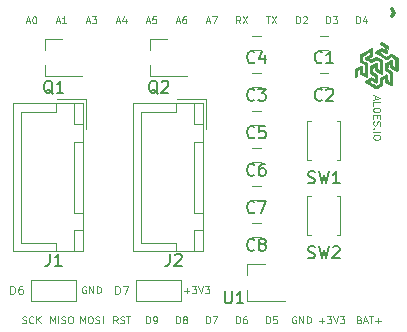
<source format=gto>
G04 #@! TF.FileFunction,Legend,Top*
%FSLAX46Y46*%
G04 Gerber Fmt 4.6, Leading zero omitted, Abs format (unit mm)*
G04 Created by KiCad (PCBNEW 4.0.7-e2-6376~60~ubuntu17.10.1) date Wed Nov 29 13:14:38 2017*
%MOMM*%
%LPD*%
G01*
G04 APERTURE LIST*
%ADD10C,0.100000*%
%ADD11C,0.300000*%
%ADD12C,0.120000*%
%ADD13C,0.010000*%
%ADD14C,0.150000*%
G04 APERTURE END LIST*
D10*
X147818572Y-118987857D02*
X147904286Y-119016429D01*
X148047143Y-119016429D01*
X148104286Y-118987857D01*
X148132857Y-118959286D01*
X148161429Y-118902143D01*
X148161429Y-118845000D01*
X148132857Y-118787857D01*
X148104286Y-118759286D01*
X148047143Y-118730714D01*
X147932857Y-118702143D01*
X147875715Y-118673571D01*
X147847143Y-118645000D01*
X147818572Y-118587857D01*
X147818572Y-118530714D01*
X147847143Y-118473571D01*
X147875715Y-118445000D01*
X147932857Y-118416429D01*
X148075715Y-118416429D01*
X148161429Y-118445000D01*
X148761429Y-118959286D02*
X148732858Y-118987857D01*
X148647144Y-119016429D01*
X148590001Y-119016429D01*
X148504286Y-118987857D01*
X148447144Y-118930714D01*
X148418572Y-118873571D01*
X148390001Y-118759286D01*
X148390001Y-118673571D01*
X148418572Y-118559286D01*
X148447144Y-118502143D01*
X148504286Y-118445000D01*
X148590001Y-118416429D01*
X148647144Y-118416429D01*
X148732858Y-118445000D01*
X148761429Y-118473571D01*
X149018572Y-119016429D02*
X149018572Y-118416429D01*
X149361429Y-119016429D02*
X149104286Y-118673571D01*
X149361429Y-118416429D02*
X149018572Y-118759286D01*
X150187143Y-119016429D02*
X150187143Y-118416429D01*
X150387143Y-118845000D01*
X150587143Y-118416429D01*
X150587143Y-119016429D01*
X150872857Y-119016429D02*
X150872857Y-118416429D01*
X151130000Y-118987857D02*
X151215714Y-119016429D01*
X151358571Y-119016429D01*
X151415714Y-118987857D01*
X151444285Y-118959286D01*
X151472857Y-118902143D01*
X151472857Y-118845000D01*
X151444285Y-118787857D01*
X151415714Y-118759286D01*
X151358571Y-118730714D01*
X151244285Y-118702143D01*
X151187143Y-118673571D01*
X151158571Y-118645000D01*
X151130000Y-118587857D01*
X151130000Y-118530714D01*
X151158571Y-118473571D01*
X151187143Y-118445000D01*
X151244285Y-118416429D01*
X151387143Y-118416429D01*
X151472857Y-118445000D01*
X151844286Y-118416429D02*
X151958572Y-118416429D01*
X152015714Y-118445000D01*
X152072857Y-118502143D01*
X152101429Y-118616429D01*
X152101429Y-118816429D01*
X152072857Y-118930714D01*
X152015714Y-118987857D01*
X151958572Y-119016429D01*
X151844286Y-119016429D01*
X151787143Y-118987857D01*
X151730000Y-118930714D01*
X151701429Y-118816429D01*
X151701429Y-118616429D01*
X151730000Y-118502143D01*
X151787143Y-118445000D01*
X151844286Y-118416429D01*
X152727143Y-119016429D02*
X152727143Y-118416429D01*
X152927143Y-118845000D01*
X153127143Y-118416429D01*
X153127143Y-119016429D01*
X153527143Y-118416429D02*
X153641429Y-118416429D01*
X153698571Y-118445000D01*
X153755714Y-118502143D01*
X153784286Y-118616429D01*
X153784286Y-118816429D01*
X153755714Y-118930714D01*
X153698571Y-118987857D01*
X153641429Y-119016429D01*
X153527143Y-119016429D01*
X153470000Y-118987857D01*
X153412857Y-118930714D01*
X153384286Y-118816429D01*
X153384286Y-118616429D01*
X153412857Y-118502143D01*
X153470000Y-118445000D01*
X153527143Y-118416429D01*
X154012857Y-118987857D02*
X154098571Y-119016429D01*
X154241428Y-119016429D01*
X154298571Y-118987857D01*
X154327142Y-118959286D01*
X154355714Y-118902143D01*
X154355714Y-118845000D01*
X154327142Y-118787857D01*
X154298571Y-118759286D01*
X154241428Y-118730714D01*
X154127142Y-118702143D01*
X154070000Y-118673571D01*
X154041428Y-118645000D01*
X154012857Y-118587857D01*
X154012857Y-118530714D01*
X154041428Y-118473571D01*
X154070000Y-118445000D01*
X154127142Y-118416429D01*
X154270000Y-118416429D01*
X154355714Y-118445000D01*
X154612857Y-119016429D02*
X154612857Y-118416429D01*
X155881428Y-119016429D02*
X155681428Y-118730714D01*
X155538571Y-119016429D02*
X155538571Y-118416429D01*
X155767143Y-118416429D01*
X155824285Y-118445000D01*
X155852857Y-118473571D01*
X155881428Y-118530714D01*
X155881428Y-118616429D01*
X155852857Y-118673571D01*
X155824285Y-118702143D01*
X155767143Y-118730714D01*
X155538571Y-118730714D01*
X156110000Y-118987857D02*
X156195714Y-119016429D01*
X156338571Y-119016429D01*
X156395714Y-118987857D01*
X156424285Y-118959286D01*
X156452857Y-118902143D01*
X156452857Y-118845000D01*
X156424285Y-118787857D01*
X156395714Y-118759286D01*
X156338571Y-118730714D01*
X156224285Y-118702143D01*
X156167143Y-118673571D01*
X156138571Y-118645000D01*
X156110000Y-118587857D01*
X156110000Y-118530714D01*
X156138571Y-118473571D01*
X156167143Y-118445000D01*
X156224285Y-118416429D01*
X156367143Y-118416429D01*
X156452857Y-118445000D01*
X156624286Y-118416429D02*
X156967143Y-118416429D01*
X156795714Y-119016429D02*
X156795714Y-118416429D01*
X158307143Y-119016429D02*
X158307143Y-118416429D01*
X158450000Y-118416429D01*
X158535715Y-118445000D01*
X158592857Y-118502143D01*
X158621429Y-118559286D01*
X158650000Y-118673571D01*
X158650000Y-118759286D01*
X158621429Y-118873571D01*
X158592857Y-118930714D01*
X158535715Y-118987857D01*
X158450000Y-119016429D01*
X158307143Y-119016429D01*
X158935715Y-119016429D02*
X159050000Y-119016429D01*
X159107143Y-118987857D01*
X159135715Y-118959286D01*
X159192857Y-118873571D01*
X159221429Y-118759286D01*
X159221429Y-118530714D01*
X159192857Y-118473571D01*
X159164286Y-118445000D01*
X159107143Y-118416429D01*
X158992857Y-118416429D01*
X158935715Y-118445000D01*
X158907143Y-118473571D01*
X158878572Y-118530714D01*
X158878572Y-118673571D01*
X158907143Y-118730714D01*
X158935715Y-118759286D01*
X158992857Y-118787857D01*
X159107143Y-118787857D01*
X159164286Y-118759286D01*
X159192857Y-118730714D01*
X159221429Y-118673571D01*
X160847143Y-119016429D02*
X160847143Y-118416429D01*
X160990000Y-118416429D01*
X161075715Y-118445000D01*
X161132857Y-118502143D01*
X161161429Y-118559286D01*
X161190000Y-118673571D01*
X161190000Y-118759286D01*
X161161429Y-118873571D01*
X161132857Y-118930714D01*
X161075715Y-118987857D01*
X160990000Y-119016429D01*
X160847143Y-119016429D01*
X161532857Y-118673571D02*
X161475715Y-118645000D01*
X161447143Y-118616429D01*
X161418572Y-118559286D01*
X161418572Y-118530714D01*
X161447143Y-118473571D01*
X161475715Y-118445000D01*
X161532857Y-118416429D01*
X161647143Y-118416429D01*
X161704286Y-118445000D01*
X161732857Y-118473571D01*
X161761429Y-118530714D01*
X161761429Y-118559286D01*
X161732857Y-118616429D01*
X161704286Y-118645000D01*
X161647143Y-118673571D01*
X161532857Y-118673571D01*
X161475715Y-118702143D01*
X161447143Y-118730714D01*
X161418572Y-118787857D01*
X161418572Y-118902143D01*
X161447143Y-118959286D01*
X161475715Y-118987857D01*
X161532857Y-119016429D01*
X161647143Y-119016429D01*
X161704286Y-118987857D01*
X161732857Y-118959286D01*
X161761429Y-118902143D01*
X161761429Y-118787857D01*
X161732857Y-118730714D01*
X161704286Y-118702143D01*
X161647143Y-118673571D01*
X163387143Y-119016429D02*
X163387143Y-118416429D01*
X163530000Y-118416429D01*
X163615715Y-118445000D01*
X163672857Y-118502143D01*
X163701429Y-118559286D01*
X163730000Y-118673571D01*
X163730000Y-118759286D01*
X163701429Y-118873571D01*
X163672857Y-118930714D01*
X163615715Y-118987857D01*
X163530000Y-119016429D01*
X163387143Y-119016429D01*
X163930000Y-118416429D02*
X164330000Y-118416429D01*
X164072857Y-119016429D01*
X165927143Y-119016429D02*
X165927143Y-118416429D01*
X166070000Y-118416429D01*
X166155715Y-118445000D01*
X166212857Y-118502143D01*
X166241429Y-118559286D01*
X166270000Y-118673571D01*
X166270000Y-118759286D01*
X166241429Y-118873571D01*
X166212857Y-118930714D01*
X166155715Y-118987857D01*
X166070000Y-119016429D01*
X165927143Y-119016429D01*
X166784286Y-118416429D02*
X166670000Y-118416429D01*
X166612857Y-118445000D01*
X166584286Y-118473571D01*
X166527143Y-118559286D01*
X166498572Y-118673571D01*
X166498572Y-118902143D01*
X166527143Y-118959286D01*
X166555715Y-118987857D01*
X166612857Y-119016429D01*
X166727143Y-119016429D01*
X166784286Y-118987857D01*
X166812857Y-118959286D01*
X166841429Y-118902143D01*
X166841429Y-118759286D01*
X166812857Y-118702143D01*
X166784286Y-118673571D01*
X166727143Y-118645000D01*
X166612857Y-118645000D01*
X166555715Y-118673571D01*
X166527143Y-118702143D01*
X166498572Y-118759286D01*
X168467143Y-119016429D02*
X168467143Y-118416429D01*
X168610000Y-118416429D01*
X168695715Y-118445000D01*
X168752857Y-118502143D01*
X168781429Y-118559286D01*
X168810000Y-118673571D01*
X168810000Y-118759286D01*
X168781429Y-118873571D01*
X168752857Y-118930714D01*
X168695715Y-118987857D01*
X168610000Y-119016429D01*
X168467143Y-119016429D01*
X169352857Y-118416429D02*
X169067143Y-118416429D01*
X169038572Y-118702143D01*
X169067143Y-118673571D01*
X169124286Y-118645000D01*
X169267143Y-118645000D01*
X169324286Y-118673571D01*
X169352857Y-118702143D01*
X169381429Y-118759286D01*
X169381429Y-118902143D01*
X169352857Y-118959286D01*
X169324286Y-118987857D01*
X169267143Y-119016429D01*
X169124286Y-119016429D01*
X169067143Y-118987857D01*
X169038572Y-118959286D01*
X148161429Y-93445000D02*
X148447143Y-93445000D01*
X148104286Y-93616429D02*
X148304286Y-93016429D01*
X148504286Y-93616429D01*
X148818572Y-93016429D02*
X148875715Y-93016429D01*
X148932858Y-93045000D01*
X148961429Y-93073571D01*
X148990000Y-93130714D01*
X149018572Y-93245000D01*
X149018572Y-93387857D01*
X148990000Y-93502143D01*
X148961429Y-93559286D01*
X148932858Y-93587857D01*
X148875715Y-93616429D01*
X148818572Y-93616429D01*
X148761429Y-93587857D01*
X148732858Y-93559286D01*
X148704286Y-93502143D01*
X148675715Y-93387857D01*
X148675715Y-93245000D01*
X148704286Y-93130714D01*
X148732858Y-93073571D01*
X148761429Y-93045000D01*
X148818572Y-93016429D01*
X150701429Y-93445000D02*
X150987143Y-93445000D01*
X150644286Y-93616429D02*
X150844286Y-93016429D01*
X151044286Y-93616429D01*
X151558572Y-93616429D02*
X151215715Y-93616429D01*
X151387143Y-93616429D02*
X151387143Y-93016429D01*
X151330000Y-93102143D01*
X151272858Y-93159286D01*
X151215715Y-93187857D01*
X153241429Y-93445000D02*
X153527143Y-93445000D01*
X153184286Y-93616429D02*
X153384286Y-93016429D01*
X153584286Y-93616429D01*
X153727143Y-93016429D02*
X154098572Y-93016429D01*
X153898572Y-93245000D01*
X153984286Y-93245000D01*
X154041429Y-93273571D01*
X154070000Y-93302143D01*
X154098572Y-93359286D01*
X154098572Y-93502143D01*
X154070000Y-93559286D01*
X154041429Y-93587857D01*
X153984286Y-93616429D01*
X153812858Y-93616429D01*
X153755715Y-93587857D01*
X153727143Y-93559286D01*
X155781429Y-93445000D02*
X156067143Y-93445000D01*
X155724286Y-93616429D02*
X155924286Y-93016429D01*
X156124286Y-93616429D01*
X156581429Y-93216429D02*
X156581429Y-93616429D01*
X156438572Y-92987857D02*
X156295715Y-93416429D01*
X156667143Y-93416429D01*
X158321429Y-93445000D02*
X158607143Y-93445000D01*
X158264286Y-93616429D02*
X158464286Y-93016429D01*
X158664286Y-93616429D01*
X159150000Y-93016429D02*
X158864286Y-93016429D01*
X158835715Y-93302143D01*
X158864286Y-93273571D01*
X158921429Y-93245000D01*
X159064286Y-93245000D01*
X159121429Y-93273571D01*
X159150000Y-93302143D01*
X159178572Y-93359286D01*
X159178572Y-93502143D01*
X159150000Y-93559286D01*
X159121429Y-93587857D01*
X159064286Y-93616429D01*
X158921429Y-93616429D01*
X158864286Y-93587857D01*
X158835715Y-93559286D01*
X176087143Y-93616429D02*
X176087143Y-93016429D01*
X176230000Y-93016429D01*
X176315715Y-93045000D01*
X176372857Y-93102143D01*
X176401429Y-93159286D01*
X176430000Y-93273571D01*
X176430000Y-93359286D01*
X176401429Y-93473571D01*
X176372857Y-93530714D01*
X176315715Y-93587857D01*
X176230000Y-93616429D01*
X176087143Y-93616429D01*
X176944286Y-93216429D02*
X176944286Y-93616429D01*
X176801429Y-92987857D02*
X176658572Y-93416429D01*
X177030000Y-93416429D01*
X173547143Y-93616429D02*
X173547143Y-93016429D01*
X173690000Y-93016429D01*
X173775715Y-93045000D01*
X173832857Y-93102143D01*
X173861429Y-93159286D01*
X173890000Y-93273571D01*
X173890000Y-93359286D01*
X173861429Y-93473571D01*
X173832857Y-93530714D01*
X173775715Y-93587857D01*
X173690000Y-93616429D01*
X173547143Y-93616429D01*
X174090000Y-93016429D02*
X174461429Y-93016429D01*
X174261429Y-93245000D01*
X174347143Y-93245000D01*
X174404286Y-93273571D01*
X174432857Y-93302143D01*
X174461429Y-93359286D01*
X174461429Y-93502143D01*
X174432857Y-93559286D01*
X174404286Y-93587857D01*
X174347143Y-93616429D01*
X174175715Y-93616429D01*
X174118572Y-93587857D01*
X174090000Y-93559286D01*
X171007143Y-93616429D02*
X171007143Y-93016429D01*
X171150000Y-93016429D01*
X171235715Y-93045000D01*
X171292857Y-93102143D01*
X171321429Y-93159286D01*
X171350000Y-93273571D01*
X171350000Y-93359286D01*
X171321429Y-93473571D01*
X171292857Y-93530714D01*
X171235715Y-93587857D01*
X171150000Y-93616429D01*
X171007143Y-93616429D01*
X171578572Y-93073571D02*
X171607143Y-93045000D01*
X171664286Y-93016429D01*
X171807143Y-93016429D01*
X171864286Y-93045000D01*
X171892857Y-93073571D01*
X171921429Y-93130714D01*
X171921429Y-93187857D01*
X171892857Y-93273571D01*
X171550000Y-93616429D01*
X171921429Y-93616429D01*
X168452857Y-93016429D02*
X168795714Y-93016429D01*
X168624285Y-93616429D02*
X168624285Y-93016429D01*
X168938571Y-93016429D02*
X169338571Y-93616429D01*
X169338571Y-93016429D02*
X168938571Y-93616429D01*
X166270000Y-93616429D02*
X166070000Y-93330714D01*
X165927143Y-93616429D02*
X165927143Y-93016429D01*
X166155715Y-93016429D01*
X166212857Y-93045000D01*
X166241429Y-93073571D01*
X166270000Y-93130714D01*
X166270000Y-93216429D01*
X166241429Y-93273571D01*
X166212857Y-93302143D01*
X166155715Y-93330714D01*
X165927143Y-93330714D01*
X166470000Y-93016429D02*
X166870000Y-93616429D01*
X166870000Y-93016429D02*
X166470000Y-93616429D01*
X163401429Y-93445000D02*
X163687143Y-93445000D01*
X163344286Y-93616429D02*
X163544286Y-93016429D01*
X163744286Y-93616429D01*
X163887143Y-93016429D02*
X164287143Y-93016429D01*
X164030000Y-93616429D01*
D11*
X179113571Y-92424286D02*
X179327857Y-92710000D01*
X179113571Y-92995715D01*
D10*
X153212858Y-115905000D02*
X153155715Y-115876429D01*
X153070001Y-115876429D01*
X152984286Y-115905000D01*
X152927144Y-115962143D01*
X152898572Y-116019286D01*
X152870001Y-116133571D01*
X152870001Y-116219286D01*
X152898572Y-116333571D01*
X152927144Y-116390714D01*
X152984286Y-116447857D01*
X153070001Y-116476429D01*
X153127144Y-116476429D01*
X153212858Y-116447857D01*
X153241429Y-116419286D01*
X153241429Y-116219286D01*
X153127144Y-116219286D01*
X153498572Y-116476429D02*
X153498572Y-115876429D01*
X153841429Y-116476429D01*
X153841429Y-115876429D01*
X154127143Y-116476429D02*
X154127143Y-115876429D01*
X154270000Y-115876429D01*
X154355715Y-115905000D01*
X154412857Y-115962143D01*
X154441429Y-116019286D01*
X154470000Y-116133571D01*
X154470000Y-116219286D01*
X154441429Y-116333571D01*
X154412857Y-116390714D01*
X154355715Y-116447857D01*
X154270000Y-116476429D01*
X154127143Y-116476429D01*
X161502857Y-116247857D02*
X161960000Y-116247857D01*
X161731429Y-116476429D02*
X161731429Y-116019286D01*
X162188571Y-115876429D02*
X162560000Y-115876429D01*
X162360000Y-116105000D01*
X162445714Y-116105000D01*
X162502857Y-116133571D01*
X162531428Y-116162143D01*
X162560000Y-116219286D01*
X162560000Y-116362143D01*
X162531428Y-116419286D01*
X162502857Y-116447857D01*
X162445714Y-116476429D01*
X162274286Y-116476429D01*
X162217143Y-116447857D01*
X162188571Y-116419286D01*
X162731429Y-115876429D02*
X162931429Y-116476429D01*
X163131429Y-115876429D01*
X163274286Y-115876429D02*
X163645715Y-115876429D01*
X163445715Y-116105000D01*
X163531429Y-116105000D01*
X163588572Y-116133571D01*
X163617143Y-116162143D01*
X163645715Y-116219286D01*
X163645715Y-116362143D01*
X163617143Y-116419286D01*
X163588572Y-116447857D01*
X163531429Y-116476429D01*
X163360001Y-116476429D01*
X163302858Y-116447857D01*
X163274286Y-116419286D01*
X146803334Y-116521667D02*
X146803334Y-115821667D01*
X146970000Y-115821667D01*
X147070000Y-115855000D01*
X147136667Y-115921667D01*
X147170000Y-115988333D01*
X147203334Y-116121667D01*
X147203334Y-116221667D01*
X147170000Y-116355000D01*
X147136667Y-116421667D01*
X147070000Y-116488333D01*
X146970000Y-116521667D01*
X146803334Y-116521667D01*
X147803334Y-115821667D02*
X147670000Y-115821667D01*
X147603334Y-115855000D01*
X147570000Y-115888333D01*
X147503334Y-115988333D01*
X147470000Y-116121667D01*
X147470000Y-116388333D01*
X147503334Y-116455000D01*
X147536667Y-116488333D01*
X147603334Y-116521667D01*
X147736667Y-116521667D01*
X147803334Y-116488333D01*
X147836667Y-116455000D01*
X147870000Y-116388333D01*
X147870000Y-116221667D01*
X147836667Y-116155000D01*
X147803334Y-116121667D01*
X147736667Y-116088333D01*
X147603334Y-116088333D01*
X147536667Y-116121667D01*
X147503334Y-116155000D01*
X147470000Y-116221667D01*
X155693334Y-116521667D02*
X155693334Y-115821667D01*
X155860000Y-115821667D01*
X155960000Y-115855000D01*
X156026667Y-115921667D01*
X156060000Y-115988333D01*
X156093334Y-116121667D01*
X156093334Y-116221667D01*
X156060000Y-116355000D01*
X156026667Y-116421667D01*
X155960000Y-116488333D01*
X155860000Y-116521667D01*
X155693334Y-116521667D01*
X156326667Y-115821667D02*
X156793334Y-115821667D01*
X156493334Y-116521667D01*
X177700000Y-99742858D02*
X177700000Y-100028572D01*
X177528571Y-99685715D02*
X178128571Y-99885715D01*
X177528571Y-100085715D01*
X177528571Y-100571429D02*
X177528571Y-100285715D01*
X178128571Y-100285715D01*
X178128571Y-100885715D02*
X178128571Y-101000001D01*
X178100000Y-101057143D01*
X178042857Y-101114286D01*
X177928571Y-101142858D01*
X177728571Y-101142858D01*
X177614286Y-101114286D01*
X177557143Y-101057143D01*
X177528571Y-101000001D01*
X177528571Y-100885715D01*
X177557143Y-100828572D01*
X177614286Y-100771429D01*
X177728571Y-100742858D01*
X177928571Y-100742858D01*
X178042857Y-100771429D01*
X178100000Y-100828572D01*
X178128571Y-100885715D01*
X177842857Y-101400000D02*
X177842857Y-101600000D01*
X177528571Y-101685714D02*
X177528571Y-101400000D01*
X178128571Y-101400000D01*
X178128571Y-101685714D01*
X177557143Y-101914286D02*
X177528571Y-102000000D01*
X177528571Y-102142857D01*
X177557143Y-102200000D01*
X177585714Y-102228571D01*
X177642857Y-102257143D01*
X177700000Y-102257143D01*
X177757143Y-102228571D01*
X177785714Y-102200000D01*
X177814286Y-102142857D01*
X177842857Y-102028571D01*
X177871429Y-101971429D01*
X177900000Y-101942857D01*
X177957143Y-101914286D01*
X178014286Y-101914286D01*
X178071429Y-101942857D01*
X178100000Y-101971429D01*
X178128571Y-102028571D01*
X178128571Y-102171429D01*
X178100000Y-102257143D01*
X177585714Y-102514286D02*
X177557143Y-102542858D01*
X177528571Y-102514286D01*
X177557143Y-102485715D01*
X177585714Y-102514286D01*
X177528571Y-102514286D01*
X177528571Y-102800000D02*
X178128571Y-102800000D01*
X178128571Y-103200000D02*
X178128571Y-103314286D01*
X178100000Y-103371428D01*
X178042857Y-103428571D01*
X177928571Y-103457143D01*
X177728571Y-103457143D01*
X177614286Y-103428571D01*
X177557143Y-103371428D01*
X177528571Y-103314286D01*
X177528571Y-103200000D01*
X177557143Y-103142857D01*
X177614286Y-103085714D01*
X177728571Y-103057143D01*
X177928571Y-103057143D01*
X178042857Y-103085714D01*
X178100000Y-103142857D01*
X178128571Y-103200000D01*
X170992858Y-118445000D02*
X170935715Y-118416429D01*
X170850001Y-118416429D01*
X170764286Y-118445000D01*
X170707144Y-118502143D01*
X170678572Y-118559286D01*
X170650001Y-118673571D01*
X170650001Y-118759286D01*
X170678572Y-118873571D01*
X170707144Y-118930714D01*
X170764286Y-118987857D01*
X170850001Y-119016429D01*
X170907144Y-119016429D01*
X170992858Y-118987857D01*
X171021429Y-118959286D01*
X171021429Y-118759286D01*
X170907144Y-118759286D01*
X171278572Y-119016429D02*
X171278572Y-118416429D01*
X171621429Y-119016429D01*
X171621429Y-118416429D01*
X171907143Y-119016429D02*
X171907143Y-118416429D01*
X172050000Y-118416429D01*
X172135715Y-118445000D01*
X172192857Y-118502143D01*
X172221429Y-118559286D01*
X172250000Y-118673571D01*
X172250000Y-118759286D01*
X172221429Y-118873571D01*
X172192857Y-118930714D01*
X172135715Y-118987857D01*
X172050000Y-119016429D01*
X171907143Y-119016429D01*
X172932857Y-118787857D02*
X173390000Y-118787857D01*
X173161429Y-119016429D02*
X173161429Y-118559286D01*
X173618571Y-118416429D02*
X173990000Y-118416429D01*
X173790000Y-118645000D01*
X173875714Y-118645000D01*
X173932857Y-118673571D01*
X173961428Y-118702143D01*
X173990000Y-118759286D01*
X173990000Y-118902143D01*
X173961428Y-118959286D01*
X173932857Y-118987857D01*
X173875714Y-119016429D01*
X173704286Y-119016429D01*
X173647143Y-118987857D01*
X173618571Y-118959286D01*
X174161429Y-118416429D02*
X174361429Y-119016429D01*
X174561429Y-118416429D01*
X174704286Y-118416429D02*
X175075715Y-118416429D01*
X174875715Y-118645000D01*
X174961429Y-118645000D01*
X175018572Y-118673571D01*
X175047143Y-118702143D01*
X175075715Y-118759286D01*
X175075715Y-118902143D01*
X175047143Y-118959286D01*
X175018572Y-118987857D01*
X174961429Y-119016429D01*
X174790001Y-119016429D01*
X174732858Y-118987857D01*
X174704286Y-118959286D01*
X176350714Y-118702143D02*
X176436428Y-118730714D01*
X176465000Y-118759286D01*
X176493571Y-118816429D01*
X176493571Y-118902143D01*
X176465000Y-118959286D01*
X176436428Y-118987857D01*
X176379286Y-119016429D01*
X176150714Y-119016429D01*
X176150714Y-118416429D01*
X176350714Y-118416429D01*
X176407857Y-118445000D01*
X176436428Y-118473571D01*
X176465000Y-118530714D01*
X176465000Y-118587857D01*
X176436428Y-118645000D01*
X176407857Y-118673571D01*
X176350714Y-118702143D01*
X176150714Y-118702143D01*
X176722143Y-118845000D02*
X177007857Y-118845000D01*
X176665000Y-119016429D02*
X176865000Y-118416429D01*
X177065000Y-119016429D01*
X177179286Y-118416429D02*
X177522143Y-118416429D01*
X177350714Y-119016429D02*
X177350714Y-118416429D01*
X177722143Y-118787857D02*
X178179286Y-118787857D01*
X177950715Y-119016429D02*
X177950715Y-118559286D01*
X160861429Y-93445000D02*
X161147143Y-93445000D01*
X160804286Y-93616429D02*
X161004286Y-93016429D01*
X161204286Y-93616429D01*
X161661429Y-93016429D02*
X161547143Y-93016429D01*
X161490000Y-93045000D01*
X161461429Y-93073571D01*
X161404286Y-93159286D01*
X161375715Y-93273571D01*
X161375715Y-93502143D01*
X161404286Y-93559286D01*
X161432858Y-93587857D01*
X161490000Y-93616429D01*
X161604286Y-93616429D01*
X161661429Y-93587857D01*
X161690000Y-93559286D01*
X161718572Y-93502143D01*
X161718572Y-93359286D01*
X161690000Y-93302143D01*
X161661429Y-93273571D01*
X161604286Y-93245000D01*
X161490000Y-93245000D01*
X161432858Y-93273571D01*
X161404286Y-93302143D01*
X161375715Y-93359286D01*
D12*
X173005000Y-94650000D02*
X173705000Y-94650000D01*
X173705000Y-95850000D02*
X173005000Y-95850000D01*
X173005000Y-97825000D02*
X173705000Y-97825000D01*
X173705000Y-99025000D02*
X173005000Y-99025000D01*
X167290000Y-97825000D02*
X167990000Y-97825000D01*
X167990000Y-99025000D02*
X167290000Y-99025000D01*
X167290000Y-94650000D02*
X167990000Y-94650000D01*
X167990000Y-95850000D02*
X167290000Y-95850000D01*
X167990000Y-102200000D02*
X167290000Y-102200000D01*
X167290000Y-101000000D02*
X167990000Y-101000000D01*
X167290000Y-104175000D02*
X167990000Y-104175000D01*
X167990000Y-105375000D02*
X167290000Y-105375000D01*
X167290000Y-107350000D02*
X167990000Y-107350000D01*
X167990000Y-108550000D02*
X167290000Y-108550000D01*
X167290000Y-110525000D02*
X167990000Y-110525000D01*
X167990000Y-111725000D02*
X167290000Y-111725000D01*
X157475000Y-117095000D02*
X161295000Y-117095000D01*
X161295000Y-117095000D02*
X161295000Y-115315000D01*
X161295000Y-115315000D02*
X157475000Y-115315000D01*
X157475000Y-117095000D02*
X157475000Y-115315000D01*
X148585000Y-117095000D02*
X152405000Y-117095000D01*
X152405000Y-117095000D02*
X152405000Y-115315000D01*
X152405000Y-115315000D02*
X148585000Y-115315000D01*
X148585000Y-117095000D02*
X148585000Y-115315000D01*
X149735000Y-94940000D02*
X149735000Y-95870000D01*
X149735000Y-98100000D02*
X149735000Y-97170000D01*
X149735000Y-98100000D02*
X152895000Y-98100000D01*
X149735000Y-94940000D02*
X151195000Y-94940000D01*
X158625000Y-94940000D02*
X158625000Y-95870000D01*
X158625000Y-98100000D02*
X158625000Y-97170000D01*
X158625000Y-98100000D02*
X161785000Y-98100000D01*
X158625000Y-94940000D02*
X160085000Y-94940000D01*
X174455000Y-105155000D02*
X174755000Y-105155000D01*
X174755000Y-105155000D02*
X174755000Y-101855000D01*
X174755000Y-101855000D02*
X174455000Y-101855000D01*
X172255000Y-105155000D02*
X171955000Y-105155000D01*
X171955000Y-105155000D02*
X171955000Y-101855000D01*
X171955000Y-101855000D02*
X172255000Y-101855000D01*
X174455000Y-111505000D02*
X174755000Y-111505000D01*
X174755000Y-111505000D02*
X174755000Y-108205000D01*
X174755000Y-108205000D02*
X174455000Y-108205000D01*
X172255000Y-111505000D02*
X171955000Y-111505000D01*
X171955000Y-111505000D02*
X171955000Y-108205000D01*
X171955000Y-108205000D02*
X172255000Y-108205000D01*
X166880000Y-113990000D02*
X166880000Y-114920000D01*
X166880000Y-117150000D02*
X166880000Y-116220000D01*
X166880000Y-117150000D02*
X170040000Y-117150000D01*
X166880000Y-113990000D02*
X168340000Y-113990000D01*
D13*
G36*
X179594874Y-97145055D02*
X179594780Y-97236325D01*
X179594581Y-97313284D01*
X179594240Y-97377242D01*
X179593716Y-97429511D01*
X179592973Y-97471401D01*
X179591972Y-97504224D01*
X179590675Y-97529291D01*
X179589043Y-97547912D01*
X179587038Y-97561399D01*
X179584621Y-97571062D01*
X179581755Y-97578213D01*
X179578970Y-97583242D01*
X179553360Y-97610972D01*
X179520607Y-97625062D01*
X179484557Y-97623969D01*
X179480338Y-97622789D01*
X179464051Y-97615767D01*
X179435909Y-97601474D01*
X179398215Y-97581244D01*
X179353275Y-97556410D01*
X179303394Y-97528305D01*
X179250876Y-97498261D01*
X179198027Y-97467612D01*
X179147152Y-97437691D01*
X179100555Y-97409830D01*
X179060542Y-97385362D01*
X179029417Y-97365621D01*
X179009485Y-97351939D01*
X179003963Y-97347306D01*
X178997887Y-97339936D01*
X178993202Y-97330884D01*
X178989633Y-97317821D01*
X178986904Y-97298415D01*
X178984739Y-97270336D01*
X178982862Y-97231254D01*
X178980996Y-97178837D01*
X178979892Y-97144015D01*
X178978078Y-97090299D01*
X178976196Y-97042776D01*
X178974365Y-97003879D01*
X178972704Y-96976038D01*
X178971334Y-96961687D01*
X178970879Y-96960267D01*
X178962795Y-96964277D01*
X178942651Y-96975342D01*
X178913032Y-96992012D01*
X178876523Y-97012838D01*
X178853846Y-97025883D01*
X178740116Y-97091500D01*
X178739800Y-97481814D01*
X178931614Y-97591127D01*
X178984451Y-97621619D01*
X179033270Y-97650512D01*
X179075851Y-97676435D01*
X179109973Y-97698016D01*
X179133414Y-97713883D01*
X179143281Y-97721850D01*
X179163133Y-97743260D01*
X179163133Y-98811145D01*
X179135213Y-98838206D01*
X179121387Y-98850806D01*
X179108113Y-98859833D01*
X179093731Y-98864741D01*
X179076583Y-98864984D01*
X179055008Y-98860015D01*
X179027346Y-98849289D01*
X178991939Y-98832259D01*
X178947128Y-98808378D01*
X178891251Y-98777102D01*
X178822651Y-98737883D01*
X178812266Y-98731917D01*
X178740727Y-98690480D01*
X178683021Y-98656294D01*
X178638034Y-98628646D01*
X178604657Y-98606824D01*
X178581778Y-98590115D01*
X178568284Y-98577805D01*
X178564765Y-98573167D01*
X178559390Y-98562296D01*
X178555229Y-98547977D01*
X178552045Y-98527779D01*
X178549599Y-98499271D01*
X178547652Y-98460023D01*
X178545965Y-98407603D01*
X178545066Y-98372450D01*
X178540833Y-98197132D01*
X178424417Y-98265318D01*
X178308000Y-98333504D01*
X178306923Y-98487202D01*
X178306239Y-98545142D01*
X178305051Y-98605283D01*
X178303496Y-98662317D01*
X178301709Y-98710938D01*
X178300573Y-98734033D01*
X178295300Y-98827167D01*
X178248733Y-98857919D01*
X178228494Y-98870723D01*
X178196213Y-98890461D01*
X178154497Y-98915571D01*
X178105952Y-98944489D01*
X178053186Y-98975655D01*
X178012116Y-98999736D01*
X177952585Y-99034327D01*
X177905584Y-99061080D01*
X177869169Y-99080950D01*
X177841399Y-99094891D01*
X177820332Y-99103858D01*
X177804026Y-99108805D01*
X177790539Y-99110688D01*
X177786200Y-99110800D01*
X177777328Y-99110035D01*
X177766218Y-99107323D01*
X177751709Y-99102046D01*
X177732640Y-99093581D01*
X177707851Y-99081307D01*
X177676181Y-99064602D01*
X177636470Y-99042847D01*
X177587558Y-99015420D01*
X177528283Y-98981699D01*
X177457486Y-98941064D01*
X177374005Y-98892893D01*
X177311617Y-98856799D01*
X177229323Y-98808951D01*
X177151941Y-98763564D01*
X177080729Y-98721399D01*
X177016945Y-98683220D01*
X176961845Y-98649787D01*
X176916688Y-98621862D01*
X176882732Y-98600207D01*
X176861233Y-98585585D01*
X176853892Y-98579515D01*
X176838092Y-98547645D01*
X176836309Y-98511289D01*
X176848658Y-98476120D01*
X176859071Y-98465173D01*
X176880977Y-98448632D01*
X176915089Y-98426042D01*
X176962118Y-98396949D01*
X177022776Y-98360900D01*
X177092800Y-98320297D01*
X177159241Y-98282278D01*
X177212817Y-98252077D01*
X177255210Y-98228855D01*
X177288105Y-98211768D01*
X177313187Y-98199974D01*
X177332140Y-98192633D01*
X177346648Y-98188902D01*
X177357608Y-98187934D01*
X177373666Y-98189515D01*
X177392719Y-98195029D01*
X177417310Y-98205631D01*
X177449983Y-98222477D01*
X177493278Y-98246723D01*
X177516675Y-98260221D01*
X177559787Y-98285156D01*
X177599459Y-98307935D01*
X177632660Y-98326832D01*
X177656356Y-98340117D01*
X177665575Y-98345105D01*
X177689933Y-98357702D01*
X177689671Y-98082100D01*
X177497185Y-97972034D01*
X177444343Y-97941465D01*
X177395562Y-97912580D01*
X177353044Y-97886734D01*
X177318988Y-97865283D01*
X177295595Y-97849584D01*
X177285650Y-97841681D01*
X177280506Y-97835894D01*
X177276385Y-97829455D01*
X177273176Y-97820555D01*
X177270769Y-97807388D01*
X177269052Y-97788145D01*
X177267915Y-97761020D01*
X177267247Y-97724205D01*
X177266936Y-97675892D01*
X177266871Y-97614276D01*
X177266943Y-97537547D01*
X177266944Y-97536881D01*
X177267288Y-97252367D01*
X177290227Y-97226362D01*
X177304579Y-97214286D01*
X177331120Y-97195938D01*
X177367616Y-97172588D01*
X177411833Y-97145505D01*
X177461538Y-97115960D01*
X177514496Y-97085223D01*
X177568473Y-97054564D01*
X177621236Y-97025253D01*
X177670550Y-96998560D01*
X177714182Y-96975754D01*
X177749899Y-96958107D01*
X177775464Y-96946887D01*
X177788069Y-96943333D01*
X177814234Y-96950049D01*
X177843434Y-96968368D01*
X177844637Y-96969350D01*
X177876200Y-96995366D01*
X177877119Y-97191600D01*
X177877622Y-97250847D01*
X177878521Y-97307357D01*
X177879730Y-97357931D01*
X177881168Y-97399369D01*
X177882752Y-97428473D01*
X177883469Y-97436508D01*
X177888900Y-97485182D01*
X178005317Y-97552079D01*
X178121733Y-97618975D01*
X178121733Y-96844953D01*
X177955207Y-96749501D01*
X177900621Y-96718398D01*
X177858649Y-96695036D01*
X177827342Y-96678509D01*
X177804754Y-96667912D01*
X177788937Y-96662340D01*
X177777945Y-96660888D01*
X177769830Y-96662651D01*
X177769088Y-96662975D01*
X177756517Y-96669611D01*
X177731584Y-96683522D01*
X177696541Y-96703425D01*
X177653638Y-96728036D01*
X177605124Y-96756073D01*
X177567427Y-96777984D01*
X177502704Y-96815225D01*
X177451091Y-96843830D01*
X177411480Y-96864361D01*
X177382762Y-96877382D01*
X177363831Y-96883452D01*
X177358268Y-96884067D01*
X177347205Y-96882742D01*
X177332421Y-96878294D01*
X177312592Y-96870016D01*
X177286389Y-96857198D01*
X177252488Y-96839131D01*
X177209561Y-96815108D01*
X177156282Y-96784419D01*
X177091325Y-96746356D01*
X177013363Y-96700210D01*
X177006496Y-96696130D01*
X176960052Y-96668028D01*
X176918372Y-96641845D01*
X176883760Y-96619106D01*
X176858519Y-96601337D01*
X176844953Y-96590064D01*
X176843512Y-96588193D01*
X176836064Y-96560518D01*
X176836918Y-96527208D01*
X176845746Y-96497195D01*
X176846952Y-96494903D01*
X176858713Y-96483321D01*
X176885009Y-96464381D01*
X176925300Y-96438430D01*
X176979040Y-96405815D01*
X177045689Y-96366882D01*
X177060435Y-96358417D01*
X177262366Y-96242795D01*
X177264690Y-96101520D01*
X177267014Y-95960244D01*
X177230823Y-95981435D01*
X177215651Y-95990260D01*
X177187603Y-96006513D01*
X177148467Y-96029162D01*
X177100033Y-96057170D01*
X177044091Y-96089504D01*
X176982430Y-96125128D01*
X176916840Y-96163009D01*
X176894066Y-96176158D01*
X176593500Y-96349689D01*
X176591381Y-96542795D01*
X176589262Y-96735900D01*
X176788918Y-96849858D01*
X176849704Y-96885063D01*
X176902706Y-96916781D01*
X176946363Y-96944023D01*
X176979116Y-96965801D01*
X176999406Y-96981127D01*
X177004820Y-96986631D01*
X177008151Y-96991886D01*
X177010993Y-96998438D01*
X177013385Y-97007585D01*
X177015366Y-97020626D01*
X177016974Y-97038861D01*
X177018249Y-97063588D01*
X177019227Y-97096106D01*
X177019950Y-97137714D01*
X177020454Y-97189709D01*
X177020779Y-97253392D01*
X177020964Y-97330061D01*
X177021047Y-97421015D01*
X177021066Y-97527552D01*
X177021066Y-97532074D01*
X177021050Y-97639214D01*
X177020975Y-97730730D01*
X177020801Y-97807932D01*
X177020489Y-97872131D01*
X177019999Y-97924636D01*
X177019290Y-97966757D01*
X177018323Y-97999804D01*
X177017059Y-98025087D01*
X177015457Y-98043916D01*
X177013478Y-98057600D01*
X177011082Y-98067450D01*
X177008229Y-98074776D01*
X177004879Y-98080887D01*
X177004364Y-98081726D01*
X176980947Y-98106025D01*
X176949935Y-98120418D01*
X176917353Y-98122638D01*
X176904453Y-98119321D01*
X176889304Y-98112118D01*
X176862208Y-98097786D01*
X176825452Y-98077639D01*
X176781322Y-98052992D01*
X176732107Y-98025162D01*
X176680092Y-97995463D01*
X176627565Y-97965211D01*
X176576813Y-97935722D01*
X176530123Y-97908310D01*
X176489782Y-97884291D01*
X176458077Y-97864981D01*
X176437294Y-97851695D01*
X176430517Y-97846726D01*
X176424345Y-97840585D01*
X176419675Y-97833383D01*
X176416296Y-97822856D01*
X176414001Y-97806740D01*
X176412579Y-97782772D01*
X176411822Y-97748686D01*
X176411521Y-97702220D01*
X176411467Y-97641109D01*
X176411467Y-97640358D01*
X176411196Y-97585860D01*
X176410437Y-97537553D01*
X176409270Y-97497828D01*
X176407777Y-97469078D01*
X176406037Y-97453693D01*
X176405117Y-97451759D01*
X176395962Y-97455951D01*
X176374859Y-97467238D01*
X176344465Y-97484152D01*
X176307438Y-97505221D01*
X176284467Y-97518479D01*
X176170167Y-97584774D01*
X176164946Y-97782637D01*
X176163387Y-97841828D01*
X176161913Y-97898023D01*
X176160603Y-97948108D01*
X176159541Y-97988967D01*
X176158806Y-98017488D01*
X176158596Y-98025787D01*
X176156403Y-98054792D01*
X176149732Y-98074201D01*
X176135732Y-98091273D01*
X176131171Y-98095637D01*
X176098951Y-98115598D01*
X176064050Y-98120647D01*
X176030270Y-98111513D01*
X176001416Y-98088926D01*
X175987454Y-98068069D01*
X175980790Y-98052817D01*
X175976329Y-98035643D01*
X175973740Y-98013097D01*
X175972689Y-97981731D01*
X175972843Y-97938095D01*
X175973118Y-97919454D01*
X175973926Y-97869920D01*
X175974905Y-97809450D01*
X175975957Y-97744042D01*
X175976986Y-97679692D01*
X175977533Y-97645255D01*
X175978507Y-97589825D01*
X175979619Y-97548801D01*
X175981178Y-97519657D01*
X175983495Y-97499868D01*
X175986878Y-97486907D01*
X175991635Y-97478248D01*
X175998077Y-97471365D01*
X175998899Y-97470611D01*
X176010843Y-97462128D01*
X176035495Y-97446461D01*
X176070853Y-97424816D01*
X176114916Y-97398402D01*
X176165682Y-97368425D01*
X176221151Y-97336092D01*
X176239692Y-97325373D01*
X176303475Y-97288688D01*
X176354498Y-97259704D01*
X176394591Y-97237528D01*
X176425584Y-97221266D01*
X176449309Y-97210025D01*
X176467596Y-97202913D01*
X176482276Y-97199037D01*
X176495178Y-97197503D01*
X176502159Y-97197334D01*
X176528666Y-97198855D01*
X176546039Y-97205764D01*
X176561976Y-97221580D01*
X176565983Y-97226515D01*
X176589267Y-97255695D01*
X176589269Y-97491098D01*
X176589271Y-97726500D01*
X176667585Y-97770846D01*
X176706033Y-97792668D01*
X176744497Y-97814584D01*
X176777166Y-97833279D01*
X176790350Y-97840867D01*
X176834800Y-97866543D01*
X176834761Y-97479021D01*
X176834723Y-97091500D01*
X176654845Y-96990672D01*
X176602638Y-96960907D01*
X176553666Y-96932051D01*
X176510459Y-96905667D01*
X176475543Y-96883318D01*
X176451447Y-96866567D01*
X176443217Y-96859837D01*
X176411467Y-96829830D01*
X176411736Y-96541565D01*
X176411930Y-96460968D01*
X176412390Y-96395711D01*
X176413178Y-96344202D01*
X176414358Y-96304849D01*
X176415994Y-96276060D01*
X176418148Y-96256244D01*
X176420883Y-96243808D01*
X176423819Y-96237709D01*
X176433108Y-96230781D01*
X176455784Y-96216219D01*
X176490540Y-96194801D01*
X176536069Y-96167306D01*
X176591064Y-96134513D01*
X176654217Y-96097203D01*
X176724222Y-96056155D01*
X176799770Y-96012147D01*
X176879555Y-95965959D01*
X176881809Y-95964659D01*
X176977426Y-95909497D01*
X177059528Y-95862265D01*
X177129277Y-95822448D01*
X177187836Y-95789535D01*
X177236369Y-95763010D01*
X177276038Y-95742361D01*
X177308007Y-95727075D01*
X177333437Y-95716638D01*
X177353493Y-95710536D01*
X177369337Y-95708256D01*
X177382132Y-95709286D01*
X177393041Y-95713111D01*
X177403227Y-95719217D01*
X177413852Y-95727093D01*
X177416084Y-95728798D01*
X177444400Y-95750395D01*
X177444400Y-96040923D01*
X177444354Y-96119003D01*
X177444154Y-96181940D01*
X177443706Y-96231524D01*
X177442915Y-96269546D01*
X177441687Y-96297796D01*
X177439929Y-96318064D01*
X177437547Y-96332140D01*
X177434446Y-96341815D01*
X177430532Y-96348880D01*
X177428042Y-96352245D01*
X177415576Y-96363117D01*
X177391052Y-96380485D01*
X177357186Y-96402569D01*
X177316694Y-96427592D01*
X177277759Y-96450620D01*
X177234283Y-96475851D01*
X177195417Y-96498495D01*
X177163726Y-96517050D01*
X177141774Y-96530016D01*
X177132392Y-96535713D01*
X177132143Y-96541796D01*
X177143278Y-96552923D01*
X177166569Y-96569609D01*
X177202785Y-96592367D01*
X177252698Y-96621713D01*
X177309241Y-96653774D01*
X177356116Y-96680040D01*
X177554775Y-96566333D01*
X177617725Y-96530565D01*
X177667918Y-96502718D01*
X177707079Y-96481941D01*
X177736935Y-96467381D01*
X177759211Y-96458188D01*
X177775633Y-96453510D01*
X177785652Y-96452446D01*
X177797211Y-96453755D01*
X177812523Y-96458337D01*
X177833175Y-96467001D01*
X177860756Y-96480558D01*
X177896853Y-96499817D01*
X177943052Y-96525589D01*
X178000940Y-96558683D01*
X178054273Y-96589546D01*
X178121100Y-96628516D01*
X178174633Y-96660171D01*
X178216344Y-96685486D01*
X178247707Y-96705434D01*
X178270192Y-96720990D01*
X178285272Y-96733128D01*
X178294420Y-96742821D01*
X178299107Y-96751044D01*
X178299337Y-96751676D01*
X178301299Y-96766014D01*
X178303026Y-96796771D01*
X178304509Y-96843437D01*
X178305742Y-96905499D01*
X178306716Y-96982445D01*
X178307422Y-97073764D01*
X178307853Y-97178943D01*
X178308000Y-97297471D01*
X178308000Y-97820699D01*
X178283921Y-97843767D01*
X178256789Y-97864076D01*
X178228313Y-97872313D01*
X178195406Y-97868464D01*
X178154979Y-97852511D01*
X178136431Y-97842964D01*
X178081005Y-97812621D01*
X178023063Y-97780108D01*
X177964567Y-97746603D01*
X177907481Y-97713282D01*
X177853766Y-97681324D01*
X177805385Y-97651906D01*
X177764301Y-97626206D01*
X177732478Y-97605402D01*
X177711877Y-97590671D01*
X177704722Y-97583928D01*
X177700330Y-97567241D01*
X177696545Y-97533806D01*
X177693382Y-97483800D01*
X177690852Y-97417397D01*
X177690012Y-97385941D01*
X177685700Y-97206248D01*
X177564893Y-97274758D01*
X177444087Y-97343269D01*
X177446360Y-97534885D01*
X177448633Y-97726500D01*
X177641851Y-97837360D01*
X177694818Y-97868087D01*
X177743775Y-97897123D01*
X177786520Y-97923112D01*
X177820851Y-97944697D01*
X177844564Y-97960522D01*
X177854888Y-97968594D01*
X177874708Y-97988967D01*
X177877571Y-98264133D01*
X177878253Y-98345171D01*
X177878414Y-98410857D01*
X177878011Y-98462767D01*
X177877001Y-98502477D01*
X177875341Y-98531560D01*
X177872989Y-98551593D01*
X177869902Y-98564151D01*
X177869379Y-98565473D01*
X177851824Y-98588879D01*
X177824047Y-98608006D01*
X177792760Y-98618724D01*
X177781193Y-98619734D01*
X177769130Y-98615642D01*
X177744621Y-98604124D01*
X177709828Y-98586310D01*
X177666916Y-98563335D01*
X177618048Y-98536329D01*
X177571930Y-98510186D01*
X177519755Y-98480371D01*
X177471877Y-98453210D01*
X177430422Y-98429893D01*
X177397514Y-98411611D01*
X177375280Y-98399554D01*
X177366236Y-98395038D01*
X177351765Y-98396978D01*
X177323682Y-98408683D01*
X177281927Y-98430180D01*
X177237119Y-98455321D01*
X177197968Y-98478163D01*
X177164630Y-98498195D01*
X177139596Y-98513874D01*
X177125360Y-98523656D01*
X177123033Y-98526019D01*
X177130149Y-98530935D01*
X177150154Y-98543205D01*
X177181234Y-98561777D01*
X177221577Y-98585603D01*
X177269369Y-98613633D01*
X177322798Y-98644817D01*
X177380051Y-98678106D01*
X177439314Y-98712449D01*
X177498774Y-98746797D01*
X177556620Y-98780101D01*
X177611037Y-98811310D01*
X177660213Y-98839376D01*
X177702334Y-98863247D01*
X177735588Y-98881875D01*
X177758162Y-98894210D01*
X177765436Y-98897964D01*
X177773629Y-98901338D01*
X177782352Y-98902449D01*
X177793641Y-98900394D01*
X177809528Y-98894267D01*
X177832050Y-98883162D01*
X177863240Y-98866176D01*
X177905133Y-98842402D01*
X177955391Y-98813461D01*
X178121733Y-98717426D01*
X178121768Y-98577563D01*
X178122159Y-98519313D01*
X178123210Y-98456344D01*
X178124773Y-98395224D01*
X178126701Y-98342519D01*
X178127323Y-98329445D01*
X178132844Y-98221190D01*
X178205605Y-98176304D01*
X178234924Y-98158503D01*
X178275536Y-98134247D01*
X178324061Y-98105534D01*
X178377119Y-98074361D01*
X178431331Y-98042726D01*
X178448640Y-98032676D01*
X178509175Y-97997861D01*
X178557238Y-97971262D01*
X178594842Y-97952322D01*
X178623997Y-97940483D01*
X178646716Y-97935188D01*
X178665010Y-97935878D01*
X178680890Y-97941996D01*
X178696369Y-97952985D01*
X178705933Y-97961350D01*
X178735566Y-97988270D01*
X178738530Y-98231076D01*
X178741493Y-98473883D01*
X178851976Y-98536225D01*
X178891148Y-98558249D01*
X178925201Y-98577246D01*
X178951362Y-98591680D01*
X178966859Y-98600017D01*
X178969663Y-98601389D01*
X178971140Y-98593794D01*
X178972514Y-98570933D01*
X178973756Y-98534470D01*
X178974832Y-98486071D01*
X178975713Y-98427403D01*
X178976366Y-98360132D01*
X178976759Y-98285923D01*
X178976867Y-98219872D01*
X178976867Y-97835532D01*
X178774305Y-97718052D01*
X178703929Y-97676732D01*
X178648183Y-97642868D01*
X178606635Y-97616178D01*
X178578852Y-97596383D01*
X178564402Y-97583199D01*
X178562451Y-97580176D01*
X178559160Y-97564663D01*
X178556140Y-97534850D01*
X178553436Y-97493366D01*
X178551094Y-97442843D01*
X178549158Y-97385911D01*
X178547676Y-97325202D01*
X178546692Y-97263346D01*
X178546252Y-97202974D01*
X178546402Y-97146717D01*
X178547187Y-97097205D01*
X178548652Y-97057070D01*
X178550845Y-97028942D01*
X178552708Y-97018248D01*
X178555653Y-97007429D01*
X178558745Y-96998256D01*
X178563429Y-96989709D01*
X178571156Y-96980763D01*
X178583372Y-96970396D01*
X178601525Y-96957586D01*
X178627063Y-96941310D01*
X178661435Y-96920545D01*
X178706087Y-96894269D01*
X178762468Y-96861459D01*
X178831080Y-96821642D01*
X178896589Y-96783804D01*
X178949389Y-96753945D01*
X178991301Y-96731340D01*
X179024142Y-96715266D01*
X179049732Y-96705000D01*
X179069888Y-96699816D01*
X179086430Y-96698991D01*
X179101175Y-96701803D01*
X179115943Y-96707525D01*
X179116803Y-96707915D01*
X179129705Y-96714650D01*
X179139967Y-96723055D01*
X179147890Y-96735005D01*
X179153774Y-96752378D01*
X179157921Y-96777049D01*
X179160629Y-96810895D01*
X179162200Y-96855791D01*
X179162934Y-96913615D01*
X179163131Y-96986241D01*
X179163133Y-96997274D01*
X179163133Y-97229856D01*
X179282560Y-97298261D01*
X179322876Y-97321239D01*
X179357806Y-97340930D01*
X179384824Y-97355927D01*
X179401401Y-97364822D01*
X179405412Y-97366667D01*
X179406066Y-97358480D01*
X179406586Y-97335040D01*
X179406964Y-97298024D01*
X179407197Y-97249111D01*
X179407278Y-97189981D01*
X179407203Y-97122312D01*
X179406966Y-97047784D01*
X179406635Y-96980709D01*
X179404433Y-96594750D01*
X179238737Y-96499338D01*
X179073041Y-96403925D01*
X178870992Y-96521080D01*
X178811034Y-96555760D01*
X178763784Y-96582764D01*
X178727348Y-96602987D01*
X178699833Y-96617325D01*
X178679344Y-96626673D01*
X178663985Y-96631926D01*
X178651863Y-96633981D01*
X178641083Y-96633733D01*
X178634522Y-96632859D01*
X178617059Y-96626931D01*
X178586060Y-96612452D01*
X178541378Y-96589340D01*
X178482863Y-96557515D01*
X178410365Y-96516898D01*
X178323737Y-96467409D01*
X178278367Y-96441216D01*
X178168266Y-96377423D01*
X178072118Y-96321600D01*
X177989179Y-96273308D01*
X177918704Y-96232105D01*
X177859949Y-96197553D01*
X177812169Y-96169211D01*
X177774621Y-96146639D01*
X177746559Y-96129396D01*
X177727241Y-96117044D01*
X177715920Y-96109142D01*
X177713833Y-96107453D01*
X177699205Y-96084931D01*
X177693081Y-96054243D01*
X177696102Y-96022218D01*
X177703998Y-96002670D01*
X177716197Y-95990441D01*
X177741137Y-95971698D01*
X177776572Y-95947740D01*
X177820257Y-95919867D01*
X177869944Y-95889380D01*
X177923388Y-95857578D01*
X177978343Y-95825761D01*
X178032562Y-95795230D01*
X178083800Y-95767284D01*
X178129810Y-95743223D01*
X178168347Y-95724347D01*
X178197163Y-95711957D01*
X178214013Y-95707352D01*
X178214264Y-95707348D01*
X178229725Y-95709888D01*
X178252248Y-95718188D01*
X178283549Y-95733074D01*
X178325346Y-95755373D01*
X178379353Y-95785913D01*
X178389671Y-95791867D01*
X178434528Y-95817683D01*
X178474301Y-95840324D01*
X178506705Y-95858511D01*
X178529455Y-95870962D01*
X178540266Y-95876399D01*
X178540766Y-95876534D01*
X178542215Y-95868539D01*
X178543198Y-95846430D01*
X178543666Y-95813024D01*
X178543570Y-95771135D01*
X178543160Y-95739379D01*
X178540833Y-95602225D01*
X178357037Y-95495962D01*
X178304959Y-95465459D01*
X178256491Y-95436330D01*
X178213996Y-95410053D01*
X178179835Y-95388106D01*
X178156371Y-95371966D01*
X178147487Y-95364833D01*
X178126642Y-95334304D01*
X178121854Y-95299204D01*
X178133272Y-95260770D01*
X178134521Y-95258297D01*
X178152462Y-95233714D01*
X178177114Y-95220405D01*
X178212755Y-95216150D01*
X178215738Y-95216134D01*
X178228039Y-95217149D01*
X178242654Y-95220781D01*
X178261369Y-95227914D01*
X178285970Y-95239428D01*
X178318245Y-95256205D01*
X178359981Y-95279128D01*
X178412963Y-95309077D01*
X178468178Y-95340718D01*
X178524780Y-95373720D01*
X178577856Y-95405503D01*
X178625246Y-95434709D01*
X178664786Y-95459976D01*
X178694316Y-95479947D01*
X178711673Y-95493260D01*
X178713491Y-95495002D01*
X178742215Y-95524700D01*
X178733419Y-96091508D01*
X178706842Y-96115254D01*
X178691465Y-96127806D01*
X178676420Y-96136234D01*
X178659899Y-96139974D01*
X178640096Y-96138463D01*
X178615203Y-96131137D01*
X178583413Y-96117433D01*
X178542917Y-96096788D01*
X178491910Y-96068638D01*
X178428584Y-96032419D01*
X178413856Y-96023911D01*
X178214813Y-95908823D01*
X178174623Y-95931953D01*
X178149811Y-95946292D01*
X178115734Y-95966062D01*
X178077747Y-95988154D01*
X178055115Y-96001342D01*
X177975797Y-96047600D01*
X178050882Y-96091443D01*
X178076493Y-96106325D01*
X178114414Y-96128259D01*
X178162264Y-96155873D01*
X178217663Y-96187796D01*
X178278232Y-96222656D01*
X178341589Y-96259081D01*
X178382373Y-96282507D01*
X178638780Y-96429726D01*
X178670240Y-96414749D01*
X178687415Y-96405855D01*
X178716337Y-96390091D01*
X178754100Y-96369072D01*
X178797798Y-96344419D01*
X178844526Y-96317746D01*
X178845633Y-96317111D01*
X178906782Y-96282040D01*
X178955099Y-96254581D01*
X178992429Y-96233894D01*
X179020615Y-96219141D01*
X179041501Y-96209483D01*
X179056930Y-96204082D01*
X179068746Y-96202099D01*
X179078792Y-96202696D01*
X179088913Y-96205034D01*
X179090865Y-96205570D01*
X179105284Y-96211713D01*
X179132251Y-96225276D01*
X179169692Y-96245137D01*
X179215534Y-96270173D01*
X179267706Y-96299260D01*
X179324135Y-96331276D01*
X179345386Y-96343472D01*
X179416354Y-96384675D01*
X179473359Y-96418583D01*
X179517396Y-96445838D01*
X179549461Y-96467078D01*
X179570549Y-96482945D01*
X179581655Y-96494078D01*
X179583041Y-96496296D01*
X179585555Y-96503589D01*
X179587703Y-96515866D01*
X179589511Y-96534334D01*
X179591005Y-96560200D01*
X179592212Y-96594670D01*
X179593158Y-96638951D01*
X179593869Y-96694250D01*
X179594373Y-96761773D01*
X179594695Y-96842726D01*
X179594862Y-96938317D01*
X179594902Y-97038163D01*
X179594874Y-97145055D01*
X179594874Y-97145055D01*
G37*
X179594874Y-97145055D02*
X179594780Y-97236325D01*
X179594581Y-97313284D01*
X179594240Y-97377242D01*
X179593716Y-97429511D01*
X179592973Y-97471401D01*
X179591972Y-97504224D01*
X179590675Y-97529291D01*
X179589043Y-97547912D01*
X179587038Y-97561399D01*
X179584621Y-97571062D01*
X179581755Y-97578213D01*
X179578970Y-97583242D01*
X179553360Y-97610972D01*
X179520607Y-97625062D01*
X179484557Y-97623969D01*
X179480338Y-97622789D01*
X179464051Y-97615767D01*
X179435909Y-97601474D01*
X179398215Y-97581244D01*
X179353275Y-97556410D01*
X179303394Y-97528305D01*
X179250876Y-97498261D01*
X179198027Y-97467612D01*
X179147152Y-97437691D01*
X179100555Y-97409830D01*
X179060542Y-97385362D01*
X179029417Y-97365621D01*
X179009485Y-97351939D01*
X179003963Y-97347306D01*
X178997887Y-97339936D01*
X178993202Y-97330884D01*
X178989633Y-97317821D01*
X178986904Y-97298415D01*
X178984739Y-97270336D01*
X178982862Y-97231254D01*
X178980996Y-97178837D01*
X178979892Y-97144015D01*
X178978078Y-97090299D01*
X178976196Y-97042776D01*
X178974365Y-97003879D01*
X178972704Y-96976038D01*
X178971334Y-96961687D01*
X178970879Y-96960267D01*
X178962795Y-96964277D01*
X178942651Y-96975342D01*
X178913032Y-96992012D01*
X178876523Y-97012838D01*
X178853846Y-97025883D01*
X178740116Y-97091500D01*
X178739800Y-97481814D01*
X178931614Y-97591127D01*
X178984451Y-97621619D01*
X179033270Y-97650512D01*
X179075851Y-97676435D01*
X179109973Y-97698016D01*
X179133414Y-97713883D01*
X179143281Y-97721850D01*
X179163133Y-97743260D01*
X179163133Y-98811145D01*
X179135213Y-98838206D01*
X179121387Y-98850806D01*
X179108113Y-98859833D01*
X179093731Y-98864741D01*
X179076583Y-98864984D01*
X179055008Y-98860015D01*
X179027346Y-98849289D01*
X178991939Y-98832259D01*
X178947128Y-98808378D01*
X178891251Y-98777102D01*
X178822651Y-98737883D01*
X178812266Y-98731917D01*
X178740727Y-98690480D01*
X178683021Y-98656294D01*
X178638034Y-98628646D01*
X178604657Y-98606824D01*
X178581778Y-98590115D01*
X178568284Y-98577805D01*
X178564765Y-98573167D01*
X178559390Y-98562296D01*
X178555229Y-98547977D01*
X178552045Y-98527779D01*
X178549599Y-98499271D01*
X178547652Y-98460023D01*
X178545965Y-98407603D01*
X178545066Y-98372450D01*
X178540833Y-98197132D01*
X178424417Y-98265318D01*
X178308000Y-98333504D01*
X178306923Y-98487202D01*
X178306239Y-98545142D01*
X178305051Y-98605283D01*
X178303496Y-98662317D01*
X178301709Y-98710938D01*
X178300573Y-98734033D01*
X178295300Y-98827167D01*
X178248733Y-98857919D01*
X178228494Y-98870723D01*
X178196213Y-98890461D01*
X178154497Y-98915571D01*
X178105952Y-98944489D01*
X178053186Y-98975655D01*
X178012116Y-98999736D01*
X177952585Y-99034327D01*
X177905584Y-99061080D01*
X177869169Y-99080950D01*
X177841399Y-99094891D01*
X177820332Y-99103858D01*
X177804026Y-99108805D01*
X177790539Y-99110688D01*
X177786200Y-99110800D01*
X177777328Y-99110035D01*
X177766218Y-99107323D01*
X177751709Y-99102046D01*
X177732640Y-99093581D01*
X177707851Y-99081307D01*
X177676181Y-99064602D01*
X177636470Y-99042847D01*
X177587558Y-99015420D01*
X177528283Y-98981699D01*
X177457486Y-98941064D01*
X177374005Y-98892893D01*
X177311617Y-98856799D01*
X177229323Y-98808951D01*
X177151941Y-98763564D01*
X177080729Y-98721399D01*
X177016945Y-98683220D01*
X176961845Y-98649787D01*
X176916688Y-98621862D01*
X176882732Y-98600207D01*
X176861233Y-98585585D01*
X176853892Y-98579515D01*
X176838092Y-98547645D01*
X176836309Y-98511289D01*
X176848658Y-98476120D01*
X176859071Y-98465173D01*
X176880977Y-98448632D01*
X176915089Y-98426042D01*
X176962118Y-98396949D01*
X177022776Y-98360900D01*
X177092800Y-98320297D01*
X177159241Y-98282278D01*
X177212817Y-98252077D01*
X177255210Y-98228855D01*
X177288105Y-98211768D01*
X177313187Y-98199974D01*
X177332140Y-98192633D01*
X177346648Y-98188902D01*
X177357608Y-98187934D01*
X177373666Y-98189515D01*
X177392719Y-98195029D01*
X177417310Y-98205631D01*
X177449983Y-98222477D01*
X177493278Y-98246723D01*
X177516675Y-98260221D01*
X177559787Y-98285156D01*
X177599459Y-98307935D01*
X177632660Y-98326832D01*
X177656356Y-98340117D01*
X177665575Y-98345105D01*
X177689933Y-98357702D01*
X177689671Y-98082100D01*
X177497185Y-97972034D01*
X177444343Y-97941465D01*
X177395562Y-97912580D01*
X177353044Y-97886734D01*
X177318988Y-97865283D01*
X177295595Y-97849584D01*
X177285650Y-97841681D01*
X177280506Y-97835894D01*
X177276385Y-97829455D01*
X177273176Y-97820555D01*
X177270769Y-97807388D01*
X177269052Y-97788145D01*
X177267915Y-97761020D01*
X177267247Y-97724205D01*
X177266936Y-97675892D01*
X177266871Y-97614276D01*
X177266943Y-97537547D01*
X177266944Y-97536881D01*
X177267288Y-97252367D01*
X177290227Y-97226362D01*
X177304579Y-97214286D01*
X177331120Y-97195938D01*
X177367616Y-97172588D01*
X177411833Y-97145505D01*
X177461538Y-97115960D01*
X177514496Y-97085223D01*
X177568473Y-97054564D01*
X177621236Y-97025253D01*
X177670550Y-96998560D01*
X177714182Y-96975754D01*
X177749899Y-96958107D01*
X177775464Y-96946887D01*
X177788069Y-96943333D01*
X177814234Y-96950049D01*
X177843434Y-96968368D01*
X177844637Y-96969350D01*
X177876200Y-96995366D01*
X177877119Y-97191600D01*
X177877622Y-97250847D01*
X177878521Y-97307357D01*
X177879730Y-97357931D01*
X177881168Y-97399369D01*
X177882752Y-97428473D01*
X177883469Y-97436508D01*
X177888900Y-97485182D01*
X178005317Y-97552079D01*
X178121733Y-97618975D01*
X178121733Y-96844953D01*
X177955207Y-96749501D01*
X177900621Y-96718398D01*
X177858649Y-96695036D01*
X177827342Y-96678509D01*
X177804754Y-96667912D01*
X177788937Y-96662340D01*
X177777945Y-96660888D01*
X177769830Y-96662651D01*
X177769088Y-96662975D01*
X177756517Y-96669611D01*
X177731584Y-96683522D01*
X177696541Y-96703425D01*
X177653638Y-96728036D01*
X177605124Y-96756073D01*
X177567427Y-96777984D01*
X177502704Y-96815225D01*
X177451091Y-96843830D01*
X177411480Y-96864361D01*
X177382762Y-96877382D01*
X177363831Y-96883452D01*
X177358268Y-96884067D01*
X177347205Y-96882742D01*
X177332421Y-96878294D01*
X177312592Y-96870016D01*
X177286389Y-96857198D01*
X177252488Y-96839131D01*
X177209561Y-96815108D01*
X177156282Y-96784419D01*
X177091325Y-96746356D01*
X177013363Y-96700210D01*
X177006496Y-96696130D01*
X176960052Y-96668028D01*
X176918372Y-96641845D01*
X176883760Y-96619106D01*
X176858519Y-96601337D01*
X176844953Y-96590064D01*
X176843512Y-96588193D01*
X176836064Y-96560518D01*
X176836918Y-96527208D01*
X176845746Y-96497195D01*
X176846952Y-96494903D01*
X176858713Y-96483321D01*
X176885009Y-96464381D01*
X176925300Y-96438430D01*
X176979040Y-96405815D01*
X177045689Y-96366882D01*
X177060435Y-96358417D01*
X177262366Y-96242795D01*
X177264690Y-96101520D01*
X177267014Y-95960244D01*
X177230823Y-95981435D01*
X177215651Y-95990260D01*
X177187603Y-96006513D01*
X177148467Y-96029162D01*
X177100033Y-96057170D01*
X177044091Y-96089504D01*
X176982430Y-96125128D01*
X176916840Y-96163009D01*
X176894066Y-96176158D01*
X176593500Y-96349689D01*
X176591381Y-96542795D01*
X176589262Y-96735900D01*
X176788918Y-96849858D01*
X176849704Y-96885063D01*
X176902706Y-96916781D01*
X176946363Y-96944023D01*
X176979116Y-96965801D01*
X176999406Y-96981127D01*
X177004820Y-96986631D01*
X177008151Y-96991886D01*
X177010993Y-96998438D01*
X177013385Y-97007585D01*
X177015366Y-97020626D01*
X177016974Y-97038861D01*
X177018249Y-97063588D01*
X177019227Y-97096106D01*
X177019950Y-97137714D01*
X177020454Y-97189709D01*
X177020779Y-97253392D01*
X177020964Y-97330061D01*
X177021047Y-97421015D01*
X177021066Y-97527552D01*
X177021066Y-97532074D01*
X177021050Y-97639214D01*
X177020975Y-97730730D01*
X177020801Y-97807932D01*
X177020489Y-97872131D01*
X177019999Y-97924636D01*
X177019290Y-97966757D01*
X177018323Y-97999804D01*
X177017059Y-98025087D01*
X177015457Y-98043916D01*
X177013478Y-98057600D01*
X177011082Y-98067450D01*
X177008229Y-98074776D01*
X177004879Y-98080887D01*
X177004364Y-98081726D01*
X176980947Y-98106025D01*
X176949935Y-98120418D01*
X176917353Y-98122638D01*
X176904453Y-98119321D01*
X176889304Y-98112118D01*
X176862208Y-98097786D01*
X176825452Y-98077639D01*
X176781322Y-98052992D01*
X176732107Y-98025162D01*
X176680092Y-97995463D01*
X176627565Y-97965211D01*
X176576813Y-97935722D01*
X176530123Y-97908310D01*
X176489782Y-97884291D01*
X176458077Y-97864981D01*
X176437294Y-97851695D01*
X176430517Y-97846726D01*
X176424345Y-97840585D01*
X176419675Y-97833383D01*
X176416296Y-97822856D01*
X176414001Y-97806740D01*
X176412579Y-97782772D01*
X176411822Y-97748686D01*
X176411521Y-97702220D01*
X176411467Y-97641109D01*
X176411467Y-97640358D01*
X176411196Y-97585860D01*
X176410437Y-97537553D01*
X176409270Y-97497828D01*
X176407777Y-97469078D01*
X176406037Y-97453693D01*
X176405117Y-97451759D01*
X176395962Y-97455951D01*
X176374859Y-97467238D01*
X176344465Y-97484152D01*
X176307438Y-97505221D01*
X176284467Y-97518479D01*
X176170167Y-97584774D01*
X176164946Y-97782637D01*
X176163387Y-97841828D01*
X176161913Y-97898023D01*
X176160603Y-97948108D01*
X176159541Y-97988967D01*
X176158806Y-98017488D01*
X176158596Y-98025787D01*
X176156403Y-98054792D01*
X176149732Y-98074201D01*
X176135732Y-98091273D01*
X176131171Y-98095637D01*
X176098951Y-98115598D01*
X176064050Y-98120647D01*
X176030270Y-98111513D01*
X176001416Y-98088926D01*
X175987454Y-98068069D01*
X175980790Y-98052817D01*
X175976329Y-98035643D01*
X175973740Y-98013097D01*
X175972689Y-97981731D01*
X175972843Y-97938095D01*
X175973118Y-97919454D01*
X175973926Y-97869920D01*
X175974905Y-97809450D01*
X175975957Y-97744042D01*
X175976986Y-97679692D01*
X175977533Y-97645255D01*
X175978507Y-97589825D01*
X175979619Y-97548801D01*
X175981178Y-97519657D01*
X175983495Y-97499868D01*
X175986878Y-97486907D01*
X175991635Y-97478248D01*
X175998077Y-97471365D01*
X175998899Y-97470611D01*
X176010843Y-97462128D01*
X176035495Y-97446461D01*
X176070853Y-97424816D01*
X176114916Y-97398402D01*
X176165682Y-97368425D01*
X176221151Y-97336092D01*
X176239692Y-97325373D01*
X176303475Y-97288688D01*
X176354498Y-97259704D01*
X176394591Y-97237528D01*
X176425584Y-97221266D01*
X176449309Y-97210025D01*
X176467596Y-97202913D01*
X176482276Y-97199037D01*
X176495178Y-97197503D01*
X176502159Y-97197334D01*
X176528666Y-97198855D01*
X176546039Y-97205764D01*
X176561976Y-97221580D01*
X176565983Y-97226515D01*
X176589267Y-97255695D01*
X176589269Y-97491098D01*
X176589271Y-97726500D01*
X176667585Y-97770846D01*
X176706033Y-97792668D01*
X176744497Y-97814584D01*
X176777166Y-97833279D01*
X176790350Y-97840867D01*
X176834800Y-97866543D01*
X176834761Y-97479021D01*
X176834723Y-97091500D01*
X176654845Y-96990672D01*
X176602638Y-96960907D01*
X176553666Y-96932051D01*
X176510459Y-96905667D01*
X176475543Y-96883318D01*
X176451447Y-96866567D01*
X176443217Y-96859837D01*
X176411467Y-96829830D01*
X176411736Y-96541565D01*
X176411930Y-96460968D01*
X176412390Y-96395711D01*
X176413178Y-96344202D01*
X176414358Y-96304849D01*
X176415994Y-96276060D01*
X176418148Y-96256244D01*
X176420883Y-96243808D01*
X176423819Y-96237709D01*
X176433108Y-96230781D01*
X176455784Y-96216219D01*
X176490540Y-96194801D01*
X176536069Y-96167306D01*
X176591064Y-96134513D01*
X176654217Y-96097203D01*
X176724222Y-96056155D01*
X176799770Y-96012147D01*
X176879555Y-95965959D01*
X176881809Y-95964659D01*
X176977426Y-95909497D01*
X177059528Y-95862265D01*
X177129277Y-95822448D01*
X177187836Y-95789535D01*
X177236369Y-95763010D01*
X177276038Y-95742361D01*
X177308007Y-95727075D01*
X177333437Y-95716638D01*
X177353493Y-95710536D01*
X177369337Y-95708256D01*
X177382132Y-95709286D01*
X177393041Y-95713111D01*
X177403227Y-95719217D01*
X177413852Y-95727093D01*
X177416084Y-95728798D01*
X177444400Y-95750395D01*
X177444400Y-96040923D01*
X177444354Y-96119003D01*
X177444154Y-96181940D01*
X177443706Y-96231524D01*
X177442915Y-96269546D01*
X177441687Y-96297796D01*
X177439929Y-96318064D01*
X177437547Y-96332140D01*
X177434446Y-96341815D01*
X177430532Y-96348880D01*
X177428042Y-96352245D01*
X177415576Y-96363117D01*
X177391052Y-96380485D01*
X177357186Y-96402569D01*
X177316694Y-96427592D01*
X177277759Y-96450620D01*
X177234283Y-96475851D01*
X177195417Y-96498495D01*
X177163726Y-96517050D01*
X177141774Y-96530016D01*
X177132392Y-96535713D01*
X177132143Y-96541796D01*
X177143278Y-96552923D01*
X177166569Y-96569609D01*
X177202785Y-96592367D01*
X177252698Y-96621713D01*
X177309241Y-96653774D01*
X177356116Y-96680040D01*
X177554775Y-96566333D01*
X177617725Y-96530565D01*
X177667918Y-96502718D01*
X177707079Y-96481941D01*
X177736935Y-96467381D01*
X177759211Y-96458188D01*
X177775633Y-96453510D01*
X177785652Y-96452446D01*
X177797211Y-96453755D01*
X177812523Y-96458337D01*
X177833175Y-96467001D01*
X177860756Y-96480558D01*
X177896853Y-96499817D01*
X177943052Y-96525589D01*
X178000940Y-96558683D01*
X178054273Y-96589546D01*
X178121100Y-96628516D01*
X178174633Y-96660171D01*
X178216344Y-96685486D01*
X178247707Y-96705434D01*
X178270192Y-96720990D01*
X178285272Y-96733128D01*
X178294420Y-96742821D01*
X178299107Y-96751044D01*
X178299337Y-96751676D01*
X178301299Y-96766014D01*
X178303026Y-96796771D01*
X178304509Y-96843437D01*
X178305742Y-96905499D01*
X178306716Y-96982445D01*
X178307422Y-97073764D01*
X178307853Y-97178943D01*
X178308000Y-97297471D01*
X178308000Y-97820699D01*
X178283921Y-97843767D01*
X178256789Y-97864076D01*
X178228313Y-97872313D01*
X178195406Y-97868464D01*
X178154979Y-97852511D01*
X178136431Y-97842964D01*
X178081005Y-97812621D01*
X178023063Y-97780108D01*
X177964567Y-97746603D01*
X177907481Y-97713282D01*
X177853766Y-97681324D01*
X177805385Y-97651906D01*
X177764301Y-97626206D01*
X177732478Y-97605402D01*
X177711877Y-97590671D01*
X177704722Y-97583928D01*
X177700330Y-97567241D01*
X177696545Y-97533806D01*
X177693382Y-97483800D01*
X177690852Y-97417397D01*
X177690012Y-97385941D01*
X177685700Y-97206248D01*
X177564893Y-97274758D01*
X177444087Y-97343269D01*
X177446360Y-97534885D01*
X177448633Y-97726500D01*
X177641851Y-97837360D01*
X177694818Y-97868087D01*
X177743775Y-97897123D01*
X177786520Y-97923112D01*
X177820851Y-97944697D01*
X177844564Y-97960522D01*
X177854888Y-97968594D01*
X177874708Y-97988967D01*
X177877571Y-98264133D01*
X177878253Y-98345171D01*
X177878414Y-98410857D01*
X177878011Y-98462767D01*
X177877001Y-98502477D01*
X177875341Y-98531560D01*
X177872989Y-98551593D01*
X177869902Y-98564151D01*
X177869379Y-98565473D01*
X177851824Y-98588879D01*
X177824047Y-98608006D01*
X177792760Y-98618724D01*
X177781193Y-98619734D01*
X177769130Y-98615642D01*
X177744621Y-98604124D01*
X177709828Y-98586310D01*
X177666916Y-98563335D01*
X177618048Y-98536329D01*
X177571930Y-98510186D01*
X177519755Y-98480371D01*
X177471877Y-98453210D01*
X177430422Y-98429893D01*
X177397514Y-98411611D01*
X177375280Y-98399554D01*
X177366236Y-98395038D01*
X177351765Y-98396978D01*
X177323682Y-98408683D01*
X177281927Y-98430180D01*
X177237119Y-98455321D01*
X177197968Y-98478163D01*
X177164630Y-98498195D01*
X177139596Y-98513874D01*
X177125360Y-98523656D01*
X177123033Y-98526019D01*
X177130149Y-98530935D01*
X177150154Y-98543205D01*
X177181234Y-98561777D01*
X177221577Y-98585603D01*
X177269369Y-98613633D01*
X177322798Y-98644817D01*
X177380051Y-98678106D01*
X177439314Y-98712449D01*
X177498774Y-98746797D01*
X177556620Y-98780101D01*
X177611037Y-98811310D01*
X177660213Y-98839376D01*
X177702334Y-98863247D01*
X177735588Y-98881875D01*
X177758162Y-98894210D01*
X177765436Y-98897964D01*
X177773629Y-98901338D01*
X177782352Y-98902449D01*
X177793641Y-98900394D01*
X177809528Y-98894267D01*
X177832050Y-98883162D01*
X177863240Y-98866176D01*
X177905133Y-98842402D01*
X177955391Y-98813461D01*
X178121733Y-98717426D01*
X178121768Y-98577563D01*
X178122159Y-98519313D01*
X178123210Y-98456344D01*
X178124773Y-98395224D01*
X178126701Y-98342519D01*
X178127323Y-98329445D01*
X178132844Y-98221190D01*
X178205605Y-98176304D01*
X178234924Y-98158503D01*
X178275536Y-98134247D01*
X178324061Y-98105534D01*
X178377119Y-98074361D01*
X178431331Y-98042726D01*
X178448640Y-98032676D01*
X178509175Y-97997861D01*
X178557238Y-97971262D01*
X178594842Y-97952322D01*
X178623997Y-97940483D01*
X178646716Y-97935188D01*
X178665010Y-97935878D01*
X178680890Y-97941996D01*
X178696369Y-97952985D01*
X178705933Y-97961350D01*
X178735566Y-97988270D01*
X178738530Y-98231076D01*
X178741493Y-98473883D01*
X178851976Y-98536225D01*
X178891148Y-98558249D01*
X178925201Y-98577246D01*
X178951362Y-98591680D01*
X178966859Y-98600017D01*
X178969663Y-98601389D01*
X178971140Y-98593794D01*
X178972514Y-98570933D01*
X178973756Y-98534470D01*
X178974832Y-98486071D01*
X178975713Y-98427403D01*
X178976366Y-98360132D01*
X178976759Y-98285923D01*
X178976867Y-98219872D01*
X178976867Y-97835532D01*
X178774305Y-97718052D01*
X178703929Y-97676732D01*
X178648183Y-97642868D01*
X178606635Y-97616178D01*
X178578852Y-97596383D01*
X178564402Y-97583199D01*
X178562451Y-97580176D01*
X178559160Y-97564663D01*
X178556140Y-97534850D01*
X178553436Y-97493366D01*
X178551094Y-97442843D01*
X178549158Y-97385911D01*
X178547676Y-97325202D01*
X178546692Y-97263346D01*
X178546252Y-97202974D01*
X178546402Y-97146717D01*
X178547187Y-97097205D01*
X178548652Y-97057070D01*
X178550845Y-97028942D01*
X178552708Y-97018248D01*
X178555653Y-97007429D01*
X178558745Y-96998256D01*
X178563429Y-96989709D01*
X178571156Y-96980763D01*
X178583372Y-96970396D01*
X178601525Y-96957586D01*
X178627063Y-96941310D01*
X178661435Y-96920545D01*
X178706087Y-96894269D01*
X178762468Y-96861459D01*
X178831080Y-96821642D01*
X178896589Y-96783804D01*
X178949389Y-96753945D01*
X178991301Y-96731340D01*
X179024142Y-96715266D01*
X179049732Y-96705000D01*
X179069888Y-96699816D01*
X179086430Y-96698991D01*
X179101175Y-96701803D01*
X179115943Y-96707525D01*
X179116803Y-96707915D01*
X179129705Y-96714650D01*
X179139967Y-96723055D01*
X179147890Y-96735005D01*
X179153774Y-96752378D01*
X179157921Y-96777049D01*
X179160629Y-96810895D01*
X179162200Y-96855791D01*
X179162934Y-96913615D01*
X179163131Y-96986241D01*
X179163133Y-96997274D01*
X179163133Y-97229856D01*
X179282560Y-97298261D01*
X179322876Y-97321239D01*
X179357806Y-97340930D01*
X179384824Y-97355927D01*
X179401401Y-97364822D01*
X179405412Y-97366667D01*
X179406066Y-97358480D01*
X179406586Y-97335040D01*
X179406964Y-97298024D01*
X179407197Y-97249111D01*
X179407278Y-97189981D01*
X179407203Y-97122312D01*
X179406966Y-97047784D01*
X179406635Y-96980709D01*
X179404433Y-96594750D01*
X179238737Y-96499338D01*
X179073041Y-96403925D01*
X178870992Y-96521080D01*
X178811034Y-96555760D01*
X178763784Y-96582764D01*
X178727348Y-96602987D01*
X178699833Y-96617325D01*
X178679344Y-96626673D01*
X178663985Y-96631926D01*
X178651863Y-96633981D01*
X178641083Y-96633733D01*
X178634522Y-96632859D01*
X178617059Y-96626931D01*
X178586060Y-96612452D01*
X178541378Y-96589340D01*
X178482863Y-96557515D01*
X178410365Y-96516898D01*
X178323737Y-96467409D01*
X178278367Y-96441216D01*
X178168266Y-96377423D01*
X178072118Y-96321600D01*
X177989179Y-96273308D01*
X177918704Y-96232105D01*
X177859949Y-96197553D01*
X177812169Y-96169211D01*
X177774621Y-96146639D01*
X177746559Y-96129396D01*
X177727241Y-96117044D01*
X177715920Y-96109142D01*
X177713833Y-96107453D01*
X177699205Y-96084931D01*
X177693081Y-96054243D01*
X177696102Y-96022218D01*
X177703998Y-96002670D01*
X177716197Y-95990441D01*
X177741137Y-95971698D01*
X177776572Y-95947740D01*
X177820257Y-95919867D01*
X177869944Y-95889380D01*
X177923388Y-95857578D01*
X177978343Y-95825761D01*
X178032562Y-95795230D01*
X178083800Y-95767284D01*
X178129810Y-95743223D01*
X178168347Y-95724347D01*
X178197163Y-95711957D01*
X178214013Y-95707352D01*
X178214264Y-95707348D01*
X178229725Y-95709888D01*
X178252248Y-95718188D01*
X178283549Y-95733074D01*
X178325346Y-95755373D01*
X178379353Y-95785913D01*
X178389671Y-95791867D01*
X178434528Y-95817683D01*
X178474301Y-95840324D01*
X178506705Y-95858511D01*
X178529455Y-95870962D01*
X178540266Y-95876399D01*
X178540766Y-95876534D01*
X178542215Y-95868539D01*
X178543198Y-95846430D01*
X178543666Y-95813024D01*
X178543570Y-95771135D01*
X178543160Y-95739379D01*
X178540833Y-95602225D01*
X178357037Y-95495962D01*
X178304959Y-95465459D01*
X178256491Y-95436330D01*
X178213996Y-95410053D01*
X178179835Y-95388106D01*
X178156371Y-95371966D01*
X178147487Y-95364833D01*
X178126642Y-95334304D01*
X178121854Y-95299204D01*
X178133272Y-95260770D01*
X178134521Y-95258297D01*
X178152462Y-95233714D01*
X178177114Y-95220405D01*
X178212755Y-95216150D01*
X178215738Y-95216134D01*
X178228039Y-95217149D01*
X178242654Y-95220781D01*
X178261369Y-95227914D01*
X178285970Y-95239428D01*
X178318245Y-95256205D01*
X178359981Y-95279128D01*
X178412963Y-95309077D01*
X178468178Y-95340718D01*
X178524780Y-95373720D01*
X178577856Y-95405503D01*
X178625246Y-95434709D01*
X178664786Y-95459976D01*
X178694316Y-95479947D01*
X178711673Y-95493260D01*
X178713491Y-95495002D01*
X178742215Y-95524700D01*
X178733419Y-96091508D01*
X178706842Y-96115254D01*
X178691465Y-96127806D01*
X178676420Y-96136234D01*
X178659899Y-96139974D01*
X178640096Y-96138463D01*
X178615203Y-96131137D01*
X178583413Y-96117433D01*
X178542917Y-96096788D01*
X178491910Y-96068638D01*
X178428584Y-96032419D01*
X178413856Y-96023911D01*
X178214813Y-95908823D01*
X178174623Y-95931953D01*
X178149811Y-95946292D01*
X178115734Y-95966062D01*
X178077747Y-95988154D01*
X178055115Y-96001342D01*
X177975797Y-96047600D01*
X178050882Y-96091443D01*
X178076493Y-96106325D01*
X178114414Y-96128259D01*
X178162264Y-96155873D01*
X178217663Y-96187796D01*
X178278232Y-96222656D01*
X178341589Y-96259081D01*
X178382373Y-96282507D01*
X178638780Y-96429726D01*
X178670240Y-96414749D01*
X178687415Y-96405855D01*
X178716337Y-96390091D01*
X178754100Y-96369072D01*
X178797798Y-96344419D01*
X178844526Y-96317746D01*
X178845633Y-96317111D01*
X178906782Y-96282040D01*
X178955099Y-96254581D01*
X178992429Y-96233894D01*
X179020615Y-96219141D01*
X179041501Y-96209483D01*
X179056930Y-96204082D01*
X179068746Y-96202099D01*
X179078792Y-96202696D01*
X179088913Y-96205034D01*
X179090865Y-96205570D01*
X179105284Y-96211713D01*
X179132251Y-96225276D01*
X179169692Y-96245137D01*
X179215534Y-96270173D01*
X179267706Y-96299260D01*
X179324135Y-96331276D01*
X179345386Y-96343472D01*
X179416354Y-96384675D01*
X179473359Y-96418583D01*
X179517396Y-96445838D01*
X179549461Y-96467078D01*
X179570549Y-96482945D01*
X179581655Y-96494078D01*
X179583041Y-96496296D01*
X179585555Y-96503589D01*
X179587703Y-96515866D01*
X179589511Y-96534334D01*
X179591005Y-96560200D01*
X179592212Y-96594670D01*
X179593158Y-96638951D01*
X179593869Y-96694250D01*
X179594373Y-96761773D01*
X179594695Y-96842726D01*
X179594862Y-96938317D01*
X179594902Y-97038163D01*
X179594874Y-97145055D01*
D12*
X152945000Y-100320000D02*
X146995000Y-100320000D01*
X146995000Y-100320000D02*
X146995000Y-112920000D01*
X146995000Y-112920000D02*
X152945000Y-112920000D01*
X152945000Y-112920000D02*
X152945000Y-100320000D01*
X152945000Y-103620000D02*
X152195000Y-103620000D01*
X152195000Y-103620000D02*
X152195000Y-109620000D01*
X152195000Y-109620000D02*
X152945000Y-109620000D01*
X152945000Y-109620000D02*
X152945000Y-103620000D01*
X152945000Y-100320000D02*
X152195000Y-100320000D01*
X152195000Y-100320000D02*
X152195000Y-102120000D01*
X152195000Y-102120000D02*
X152945000Y-102120000D01*
X152945000Y-102120000D02*
X152945000Y-100320000D01*
X152945000Y-111120000D02*
X152195000Y-111120000D01*
X152195000Y-111120000D02*
X152195000Y-112920000D01*
X152195000Y-112920000D02*
X152945000Y-112920000D01*
X152945000Y-112920000D02*
X152945000Y-111120000D01*
X150695000Y-100320000D02*
X150695000Y-101070000D01*
X150695000Y-101070000D02*
X147745000Y-101070000D01*
X147745000Y-101070000D02*
X147745000Y-106620000D01*
X150695000Y-112920000D02*
X150695000Y-112170000D01*
X150695000Y-112170000D02*
X147745000Y-112170000D01*
X147745000Y-112170000D02*
X147745000Y-106620000D01*
X153245000Y-102520000D02*
X153245000Y-100020000D01*
X153245000Y-100020000D02*
X150745000Y-100020000D01*
X163105000Y-100320000D02*
X157155000Y-100320000D01*
X157155000Y-100320000D02*
X157155000Y-112920000D01*
X157155000Y-112920000D02*
X163105000Y-112920000D01*
X163105000Y-112920000D02*
X163105000Y-100320000D01*
X163105000Y-103620000D02*
X162355000Y-103620000D01*
X162355000Y-103620000D02*
X162355000Y-109620000D01*
X162355000Y-109620000D02*
X163105000Y-109620000D01*
X163105000Y-109620000D02*
X163105000Y-103620000D01*
X163105000Y-100320000D02*
X162355000Y-100320000D01*
X162355000Y-100320000D02*
X162355000Y-102120000D01*
X162355000Y-102120000D02*
X163105000Y-102120000D01*
X163105000Y-102120000D02*
X163105000Y-100320000D01*
X163105000Y-111120000D02*
X162355000Y-111120000D01*
X162355000Y-111120000D02*
X162355000Y-112920000D01*
X162355000Y-112920000D02*
X163105000Y-112920000D01*
X163105000Y-112920000D02*
X163105000Y-111120000D01*
X160855000Y-100320000D02*
X160855000Y-101070000D01*
X160855000Y-101070000D02*
X157905000Y-101070000D01*
X157905000Y-101070000D02*
X157905000Y-106620000D01*
X160855000Y-112920000D02*
X160855000Y-112170000D01*
X160855000Y-112170000D02*
X157905000Y-112170000D01*
X157905000Y-112170000D02*
X157905000Y-106620000D01*
X163405000Y-102520000D02*
X163405000Y-100020000D01*
X163405000Y-100020000D02*
X160905000Y-100020000D01*
D14*
X173188334Y-96877143D02*
X173140715Y-96924762D01*
X172997858Y-96972381D01*
X172902620Y-96972381D01*
X172759762Y-96924762D01*
X172664524Y-96829524D01*
X172616905Y-96734286D01*
X172569286Y-96543810D01*
X172569286Y-96400952D01*
X172616905Y-96210476D01*
X172664524Y-96115238D01*
X172759762Y-96020000D01*
X172902620Y-95972381D01*
X172997858Y-95972381D01*
X173140715Y-96020000D01*
X173188334Y-96067619D01*
X174140715Y-96972381D02*
X173569286Y-96972381D01*
X173855000Y-96972381D02*
X173855000Y-95972381D01*
X173759762Y-96115238D01*
X173664524Y-96210476D01*
X173569286Y-96258095D01*
X173188334Y-100052143D02*
X173140715Y-100099762D01*
X172997858Y-100147381D01*
X172902620Y-100147381D01*
X172759762Y-100099762D01*
X172664524Y-100004524D01*
X172616905Y-99909286D01*
X172569286Y-99718810D01*
X172569286Y-99575952D01*
X172616905Y-99385476D01*
X172664524Y-99290238D01*
X172759762Y-99195000D01*
X172902620Y-99147381D01*
X172997858Y-99147381D01*
X173140715Y-99195000D01*
X173188334Y-99242619D01*
X173569286Y-99242619D02*
X173616905Y-99195000D01*
X173712143Y-99147381D01*
X173950239Y-99147381D01*
X174045477Y-99195000D01*
X174093096Y-99242619D01*
X174140715Y-99337857D01*
X174140715Y-99433095D01*
X174093096Y-99575952D01*
X173521667Y-100147381D01*
X174140715Y-100147381D01*
X167473334Y-100052143D02*
X167425715Y-100099762D01*
X167282858Y-100147381D01*
X167187620Y-100147381D01*
X167044762Y-100099762D01*
X166949524Y-100004524D01*
X166901905Y-99909286D01*
X166854286Y-99718810D01*
X166854286Y-99575952D01*
X166901905Y-99385476D01*
X166949524Y-99290238D01*
X167044762Y-99195000D01*
X167187620Y-99147381D01*
X167282858Y-99147381D01*
X167425715Y-99195000D01*
X167473334Y-99242619D01*
X167806667Y-99147381D02*
X168425715Y-99147381D01*
X168092381Y-99528333D01*
X168235239Y-99528333D01*
X168330477Y-99575952D01*
X168378096Y-99623571D01*
X168425715Y-99718810D01*
X168425715Y-99956905D01*
X168378096Y-100052143D01*
X168330477Y-100099762D01*
X168235239Y-100147381D01*
X167949524Y-100147381D01*
X167854286Y-100099762D01*
X167806667Y-100052143D01*
X167473334Y-96877143D02*
X167425715Y-96924762D01*
X167282858Y-96972381D01*
X167187620Y-96972381D01*
X167044762Y-96924762D01*
X166949524Y-96829524D01*
X166901905Y-96734286D01*
X166854286Y-96543810D01*
X166854286Y-96400952D01*
X166901905Y-96210476D01*
X166949524Y-96115238D01*
X167044762Y-96020000D01*
X167187620Y-95972381D01*
X167282858Y-95972381D01*
X167425715Y-96020000D01*
X167473334Y-96067619D01*
X168330477Y-96305714D02*
X168330477Y-96972381D01*
X168092381Y-95924762D02*
X167854286Y-96639048D01*
X168473334Y-96639048D01*
X167473334Y-103227143D02*
X167425715Y-103274762D01*
X167282858Y-103322381D01*
X167187620Y-103322381D01*
X167044762Y-103274762D01*
X166949524Y-103179524D01*
X166901905Y-103084286D01*
X166854286Y-102893810D01*
X166854286Y-102750952D01*
X166901905Y-102560476D01*
X166949524Y-102465238D01*
X167044762Y-102370000D01*
X167187620Y-102322381D01*
X167282858Y-102322381D01*
X167425715Y-102370000D01*
X167473334Y-102417619D01*
X168378096Y-102322381D02*
X167901905Y-102322381D01*
X167854286Y-102798571D01*
X167901905Y-102750952D01*
X167997143Y-102703333D01*
X168235239Y-102703333D01*
X168330477Y-102750952D01*
X168378096Y-102798571D01*
X168425715Y-102893810D01*
X168425715Y-103131905D01*
X168378096Y-103227143D01*
X168330477Y-103274762D01*
X168235239Y-103322381D01*
X167997143Y-103322381D01*
X167901905Y-103274762D01*
X167854286Y-103227143D01*
X167473334Y-106402143D02*
X167425715Y-106449762D01*
X167282858Y-106497381D01*
X167187620Y-106497381D01*
X167044762Y-106449762D01*
X166949524Y-106354524D01*
X166901905Y-106259286D01*
X166854286Y-106068810D01*
X166854286Y-105925952D01*
X166901905Y-105735476D01*
X166949524Y-105640238D01*
X167044762Y-105545000D01*
X167187620Y-105497381D01*
X167282858Y-105497381D01*
X167425715Y-105545000D01*
X167473334Y-105592619D01*
X168330477Y-105497381D02*
X168140000Y-105497381D01*
X168044762Y-105545000D01*
X167997143Y-105592619D01*
X167901905Y-105735476D01*
X167854286Y-105925952D01*
X167854286Y-106306905D01*
X167901905Y-106402143D01*
X167949524Y-106449762D01*
X168044762Y-106497381D01*
X168235239Y-106497381D01*
X168330477Y-106449762D01*
X168378096Y-106402143D01*
X168425715Y-106306905D01*
X168425715Y-106068810D01*
X168378096Y-105973571D01*
X168330477Y-105925952D01*
X168235239Y-105878333D01*
X168044762Y-105878333D01*
X167949524Y-105925952D01*
X167901905Y-105973571D01*
X167854286Y-106068810D01*
X167473334Y-109577143D02*
X167425715Y-109624762D01*
X167282858Y-109672381D01*
X167187620Y-109672381D01*
X167044762Y-109624762D01*
X166949524Y-109529524D01*
X166901905Y-109434286D01*
X166854286Y-109243810D01*
X166854286Y-109100952D01*
X166901905Y-108910476D01*
X166949524Y-108815238D01*
X167044762Y-108720000D01*
X167187620Y-108672381D01*
X167282858Y-108672381D01*
X167425715Y-108720000D01*
X167473334Y-108767619D01*
X167806667Y-108672381D02*
X168473334Y-108672381D01*
X168044762Y-109672381D01*
X167473334Y-112752143D02*
X167425715Y-112799762D01*
X167282858Y-112847381D01*
X167187620Y-112847381D01*
X167044762Y-112799762D01*
X166949524Y-112704524D01*
X166901905Y-112609286D01*
X166854286Y-112418810D01*
X166854286Y-112275952D01*
X166901905Y-112085476D01*
X166949524Y-111990238D01*
X167044762Y-111895000D01*
X167187620Y-111847381D01*
X167282858Y-111847381D01*
X167425715Y-111895000D01*
X167473334Y-111942619D01*
X168044762Y-112275952D02*
X167949524Y-112228333D01*
X167901905Y-112180714D01*
X167854286Y-112085476D01*
X167854286Y-112037857D01*
X167901905Y-111942619D01*
X167949524Y-111895000D01*
X168044762Y-111847381D01*
X168235239Y-111847381D01*
X168330477Y-111895000D01*
X168378096Y-111942619D01*
X168425715Y-112037857D01*
X168425715Y-112085476D01*
X168378096Y-112180714D01*
X168330477Y-112228333D01*
X168235239Y-112275952D01*
X168044762Y-112275952D01*
X167949524Y-112323571D01*
X167901905Y-112371190D01*
X167854286Y-112466429D01*
X167854286Y-112656905D01*
X167901905Y-112752143D01*
X167949524Y-112799762D01*
X168044762Y-112847381D01*
X168235239Y-112847381D01*
X168330477Y-112799762D01*
X168378096Y-112752143D01*
X168425715Y-112656905D01*
X168425715Y-112466429D01*
X168378096Y-112371190D01*
X168330477Y-112323571D01*
X168235239Y-112275952D01*
X150399762Y-99567619D02*
X150304524Y-99520000D01*
X150209286Y-99424762D01*
X150066429Y-99281905D01*
X149971190Y-99234286D01*
X149875952Y-99234286D01*
X149923571Y-99472381D02*
X149828333Y-99424762D01*
X149733095Y-99329524D01*
X149685476Y-99139048D01*
X149685476Y-98805714D01*
X149733095Y-98615238D01*
X149828333Y-98520000D01*
X149923571Y-98472381D01*
X150114048Y-98472381D01*
X150209286Y-98520000D01*
X150304524Y-98615238D01*
X150352143Y-98805714D01*
X150352143Y-99139048D01*
X150304524Y-99329524D01*
X150209286Y-99424762D01*
X150114048Y-99472381D01*
X149923571Y-99472381D01*
X151304524Y-99472381D02*
X150733095Y-99472381D01*
X151018809Y-99472381D02*
X151018809Y-98472381D01*
X150923571Y-98615238D01*
X150828333Y-98710476D01*
X150733095Y-98758095D01*
X159289762Y-99567619D02*
X159194524Y-99520000D01*
X159099286Y-99424762D01*
X158956429Y-99281905D01*
X158861190Y-99234286D01*
X158765952Y-99234286D01*
X158813571Y-99472381D02*
X158718333Y-99424762D01*
X158623095Y-99329524D01*
X158575476Y-99139048D01*
X158575476Y-98805714D01*
X158623095Y-98615238D01*
X158718333Y-98520000D01*
X158813571Y-98472381D01*
X159004048Y-98472381D01*
X159099286Y-98520000D01*
X159194524Y-98615238D01*
X159242143Y-98805714D01*
X159242143Y-99139048D01*
X159194524Y-99329524D01*
X159099286Y-99424762D01*
X159004048Y-99472381D01*
X158813571Y-99472381D01*
X159623095Y-98567619D02*
X159670714Y-98520000D01*
X159765952Y-98472381D01*
X160004048Y-98472381D01*
X160099286Y-98520000D01*
X160146905Y-98567619D01*
X160194524Y-98662857D01*
X160194524Y-98758095D01*
X160146905Y-98900952D01*
X159575476Y-99472381D01*
X160194524Y-99472381D01*
X172021667Y-107084762D02*
X172164524Y-107132381D01*
X172402620Y-107132381D01*
X172497858Y-107084762D01*
X172545477Y-107037143D01*
X172593096Y-106941905D01*
X172593096Y-106846667D01*
X172545477Y-106751429D01*
X172497858Y-106703810D01*
X172402620Y-106656190D01*
X172212143Y-106608571D01*
X172116905Y-106560952D01*
X172069286Y-106513333D01*
X172021667Y-106418095D01*
X172021667Y-106322857D01*
X172069286Y-106227619D01*
X172116905Y-106180000D01*
X172212143Y-106132381D01*
X172450239Y-106132381D01*
X172593096Y-106180000D01*
X172926429Y-106132381D02*
X173164524Y-107132381D01*
X173355001Y-106418095D01*
X173545477Y-107132381D01*
X173783572Y-106132381D01*
X174688334Y-107132381D02*
X174116905Y-107132381D01*
X174402619Y-107132381D02*
X174402619Y-106132381D01*
X174307381Y-106275238D01*
X174212143Y-106370476D01*
X174116905Y-106418095D01*
X172021667Y-113434762D02*
X172164524Y-113482381D01*
X172402620Y-113482381D01*
X172497858Y-113434762D01*
X172545477Y-113387143D01*
X172593096Y-113291905D01*
X172593096Y-113196667D01*
X172545477Y-113101429D01*
X172497858Y-113053810D01*
X172402620Y-113006190D01*
X172212143Y-112958571D01*
X172116905Y-112910952D01*
X172069286Y-112863333D01*
X172021667Y-112768095D01*
X172021667Y-112672857D01*
X172069286Y-112577619D01*
X172116905Y-112530000D01*
X172212143Y-112482381D01*
X172450239Y-112482381D01*
X172593096Y-112530000D01*
X172926429Y-112482381D02*
X173164524Y-113482381D01*
X173355001Y-112768095D01*
X173545477Y-113482381D01*
X173783572Y-112482381D01*
X174116905Y-112577619D02*
X174164524Y-112530000D01*
X174259762Y-112482381D01*
X174497858Y-112482381D01*
X174593096Y-112530000D01*
X174640715Y-112577619D01*
X174688334Y-112672857D01*
X174688334Y-112768095D01*
X174640715Y-112910952D01*
X174069286Y-113482381D01*
X174688334Y-113482381D01*
X164973095Y-116292381D02*
X164973095Y-117101905D01*
X165020714Y-117197143D01*
X165068333Y-117244762D01*
X165163571Y-117292381D01*
X165354048Y-117292381D01*
X165449286Y-117244762D01*
X165496905Y-117197143D01*
X165544524Y-117101905D01*
X165544524Y-116292381D01*
X166544524Y-117292381D02*
X165973095Y-117292381D01*
X166258809Y-117292381D02*
X166258809Y-116292381D01*
X166163571Y-116435238D01*
X166068333Y-116530476D01*
X165973095Y-116578095D01*
X150161667Y-113117381D02*
X150161667Y-113831667D01*
X150114047Y-113974524D01*
X150018809Y-114069762D01*
X149875952Y-114117381D01*
X149780714Y-114117381D01*
X151161667Y-114117381D02*
X150590238Y-114117381D01*
X150875952Y-114117381D02*
X150875952Y-113117381D01*
X150780714Y-113260238D01*
X150685476Y-113355476D01*
X150590238Y-113403095D01*
X160321667Y-113117381D02*
X160321667Y-113831667D01*
X160274047Y-113974524D01*
X160178809Y-114069762D01*
X160035952Y-114117381D01*
X159940714Y-114117381D01*
X160750238Y-113212619D02*
X160797857Y-113165000D01*
X160893095Y-113117381D01*
X161131191Y-113117381D01*
X161226429Y-113165000D01*
X161274048Y-113212619D01*
X161321667Y-113307857D01*
X161321667Y-113403095D01*
X161274048Y-113545952D01*
X160702619Y-114117381D01*
X161321667Y-114117381D01*
M02*

</source>
